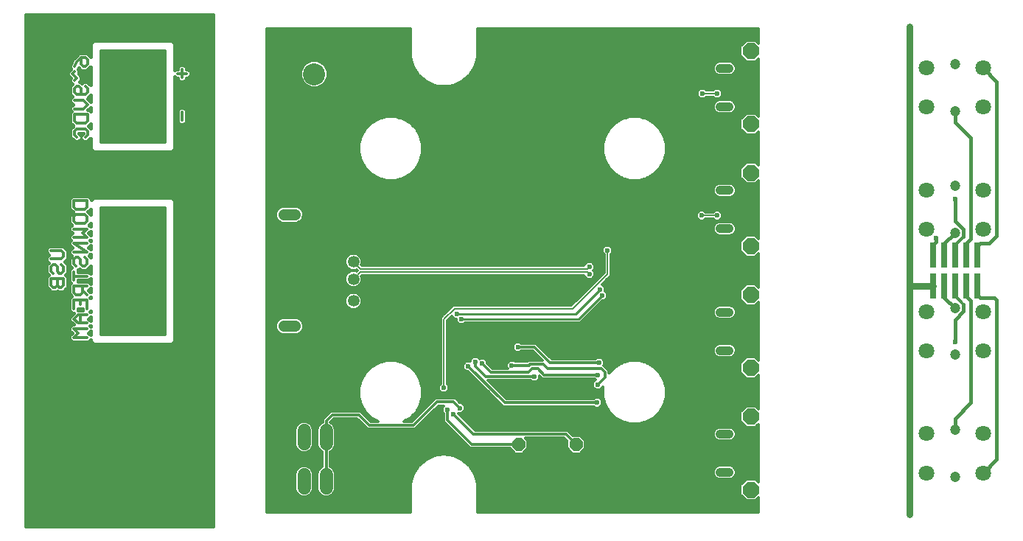
<source format=gbl>
G75*
%MOIN*%
%OFA0B0*%
%FSLAX25Y25*%
%IPPOS*%
%LPD*%
%AMOC8*
5,1,8,0,0,1.08239X$1,22.5*
%
%ADD10C,0.01200*%
%ADD11C,0.05118*%
%ADD12C,0.05315*%
%ADD13OC8,0.07480*%
%ADD14C,0.03937*%
%ADD15C,0.04724*%
%ADD16C,0.07087*%
%ADD17C,0.10000*%
%ADD18C,0.09449*%
%ADD19R,0.02953X0.11811*%
%ADD20OC8,0.05906*%
%ADD21C,0.05850*%
%ADD22C,0.01181*%
%ADD23C,0.02362*%
%ADD24C,0.00787*%
%ADD25C,0.01575*%
%ADD26C,0.03150*%
%ADD27C,0.00984*%
D10*
X0105885Y0181149D02*
X0111690Y0181149D01*
X0111690Y0185019D02*
X0105885Y0185019D01*
X0107820Y0183084D01*
X0105885Y0181149D01*
X0107820Y0187595D02*
X0111690Y0187595D01*
X0108788Y0187595D02*
X0108788Y0191465D01*
X0107820Y0191465D02*
X0105885Y0189530D01*
X0107820Y0187595D01*
X0107820Y0191465D02*
X0111690Y0191465D01*
X0111690Y0194040D02*
X0111690Y0197910D01*
X0105885Y0197910D01*
X0105885Y0194040D01*
X0108788Y0195975D02*
X0108788Y0197910D01*
X0108788Y0200486D02*
X0106853Y0200486D01*
X0105885Y0201453D01*
X0105885Y0204356D01*
X0111690Y0204356D01*
X0109755Y0204356D02*
X0109755Y0201453D01*
X0108788Y0200486D01*
X0109755Y0202421D02*
X0111690Y0200486D01*
X0111690Y0208866D02*
X0105885Y0208866D01*
X0105885Y0210801D02*
X0105885Y0206931D01*
X0101190Y0207579D02*
X0101190Y0204676D01*
X0100223Y0203709D01*
X0099255Y0203709D01*
X0098288Y0204676D01*
X0098288Y0207579D01*
X0099255Y0210154D02*
X0100223Y0210154D01*
X0101190Y0211122D01*
X0101190Y0213057D01*
X0100223Y0214024D01*
X0098288Y0213057D02*
X0097320Y0214024D01*
X0096353Y0214024D01*
X0095385Y0213057D01*
X0095385Y0211122D01*
X0096353Y0210154D01*
X0098288Y0211122D02*
X0099255Y0210154D01*
X0098288Y0211122D02*
X0098288Y0213057D01*
X0100223Y0216600D02*
X0095385Y0216600D01*
X0095385Y0220470D02*
X0100223Y0220470D01*
X0101190Y0219502D01*
X0101190Y0217567D01*
X0100223Y0216600D01*
X0105885Y0216279D02*
X0106853Y0217247D01*
X0107820Y0217247D01*
X0108788Y0216279D01*
X0108788Y0214344D01*
X0109755Y0213377D01*
X0110723Y0213377D01*
X0111690Y0214344D01*
X0111690Y0216279D01*
X0110723Y0217247D01*
X0111690Y0219822D02*
X0105885Y0219822D01*
X0105885Y0216279D02*
X0105885Y0214344D01*
X0106853Y0213377D01*
X0111690Y0219822D02*
X0105885Y0223692D01*
X0111690Y0223692D01*
X0111690Y0226268D02*
X0105885Y0226268D01*
X0105885Y0230138D02*
X0111690Y0230138D01*
X0109755Y0228203D01*
X0111690Y0226268D01*
X0110723Y0232713D02*
X0106853Y0232713D01*
X0105885Y0233681D01*
X0105885Y0235616D01*
X0106853Y0236583D01*
X0110723Y0236583D01*
X0111690Y0235616D01*
X0111690Y0233681D01*
X0110723Y0232713D01*
X0110723Y0239159D02*
X0106853Y0239159D01*
X0105885Y0240126D01*
X0105885Y0243029D01*
X0111690Y0243029D01*
X0111690Y0240126D01*
X0110723Y0239159D01*
X0110984Y0271599D02*
X0111952Y0272567D01*
X0111952Y0274502D01*
X0110984Y0275469D01*
X0107114Y0275469D01*
X0106147Y0274502D01*
X0106147Y0272567D01*
X0107114Y0271599D01*
X0107114Y0278045D02*
X0106147Y0279012D01*
X0106147Y0281915D01*
X0111952Y0281915D01*
X0111952Y0279012D01*
X0110984Y0278045D01*
X0107114Y0278045D01*
X0106147Y0284490D02*
X0110017Y0284490D01*
X0111952Y0286425D01*
X0110017Y0288360D01*
X0106147Y0288360D01*
X0107114Y0290936D02*
X0106147Y0291903D01*
X0106147Y0293838D01*
X0107114Y0294806D01*
X0108082Y0294806D01*
X0109049Y0293838D01*
X0109049Y0290936D01*
X0110984Y0290936D02*
X0107114Y0290936D01*
X0110984Y0290936D02*
X0111952Y0291903D01*
X0111952Y0293838D01*
X0110984Y0294806D01*
X0107114Y0298349D02*
X0105179Y0300284D01*
X0106147Y0301251D01*
X0106147Y0303827D02*
X0107114Y0305762D01*
X0109049Y0307697D01*
X0109049Y0304794D01*
X0110017Y0303827D01*
X0110984Y0303827D01*
X0111952Y0304794D01*
X0111952Y0306729D01*
X0110984Y0307697D01*
X0109049Y0307697D01*
X0107114Y0298349D02*
X0106147Y0297381D01*
X0152784Y0300497D02*
X0156654Y0300497D01*
X0154719Y0302432D02*
X0154719Y0298562D01*
X0154719Y0283096D02*
X0154719Y0279226D01*
X0101190Y0207579D02*
X0095385Y0207579D01*
X0095385Y0204676D01*
X0096353Y0203709D01*
X0097320Y0203709D01*
X0098288Y0204676D01*
D11*
X0200784Y0186204D02*
X0205902Y0186204D01*
X0205902Y0236598D02*
X0200784Y0236598D01*
D12*
X0232280Y0225181D03*
X0232280Y0215338D03*
X0232280Y0207464D03*
X0232280Y0197622D03*
D13*
X0412005Y0200378D03*
X0412005Y0222425D03*
X0412005Y0255496D03*
X0412005Y0277543D03*
X0412005Y0310614D03*
X0412005Y0167307D03*
X0412005Y0145260D03*
X0412005Y0112189D03*
D14*
X0402162Y0120063D02*
X0398225Y0120063D01*
X0398225Y0137386D02*
X0402162Y0137386D01*
X0402162Y0175181D02*
X0398225Y0175181D01*
X0398225Y0192504D02*
X0402162Y0192504D01*
X0402162Y0230299D02*
X0398225Y0230299D01*
X0398225Y0247622D02*
X0402162Y0247622D01*
X0402162Y0285417D02*
X0398225Y0285417D01*
X0398225Y0302740D02*
X0402162Y0302740D01*
D15*
X0504327Y0304708D03*
X0504327Y0283448D03*
X0504327Y0249590D03*
X0504327Y0228330D03*
X0504327Y0194472D03*
X0504327Y0173212D03*
X0504327Y0139354D03*
X0504327Y0118094D03*
D16*
X0491532Y0119866D03*
X0491532Y0137582D03*
X0517123Y0137582D03*
X0517123Y0119866D03*
X0517123Y0174984D03*
X0517123Y0192700D03*
X0491532Y0192700D03*
X0491532Y0174984D03*
X0491532Y0230102D03*
X0491532Y0247819D03*
X0517123Y0247819D03*
X0517123Y0230102D03*
X0517123Y0285220D03*
X0517123Y0302937D03*
X0491532Y0302937D03*
X0491532Y0285220D03*
D17*
X0214564Y0300141D03*
D18*
X0214564Y0280141D03*
D19*
X0494327Y0218401D03*
X0499327Y0218401D03*
X0504327Y0218401D03*
X0509327Y0218401D03*
X0514327Y0218401D03*
X0514327Y0204401D03*
X0509327Y0204401D03*
X0504327Y0204401D03*
X0499327Y0204401D03*
X0494327Y0204401D03*
D20*
X0333068Y0132661D03*
X0307083Y0132661D03*
X0307083Y0112976D03*
X0333068Y0112976D03*
D21*
X0229957Y0113043D02*
X0229957Y0118893D01*
X0219957Y0118893D02*
X0219957Y0113043D01*
X0209957Y0113043D02*
X0209957Y0118893D01*
X0209957Y0133043D02*
X0209957Y0138893D01*
X0219957Y0138893D02*
X0219957Y0133043D01*
X0229957Y0133043D02*
X0229957Y0138893D01*
D22*
X0224063Y0138853D02*
X0277126Y0138853D01*
X0278306Y0137674D02*
X0224063Y0137674D01*
X0224063Y0136494D02*
X0279485Y0136494D01*
X0280665Y0135314D02*
X0224063Y0135314D01*
X0224063Y0134135D02*
X0281844Y0134135D01*
X0283024Y0132955D02*
X0224063Y0132955D01*
X0224063Y0132226D02*
X0224063Y0139710D01*
X0223438Y0141219D01*
X0222283Y0142374D01*
X0221847Y0142555D01*
X0221847Y0142557D01*
X0223565Y0144275D01*
X0233909Y0144275D01*
X0238633Y0139551D01*
X0260179Y0139551D01*
X0261217Y0140589D01*
X0270809Y0150181D01*
X0273231Y0150181D01*
X0272438Y0149388D01*
X0272438Y0147431D01*
X0273028Y0146840D01*
X0273028Y0142951D01*
X0284052Y0131927D01*
X0285090Y0130889D01*
X0303009Y0130889D01*
X0305371Y0128527D01*
X0308796Y0128527D01*
X0311217Y0130949D01*
X0311217Y0134373D01*
X0309977Y0135614D01*
X0327609Y0135614D01*
X0328934Y0134289D01*
X0328934Y0130949D01*
X0331355Y0128527D01*
X0334780Y0128527D01*
X0337201Y0130949D01*
X0337201Y0134373D01*
X0334780Y0136795D01*
X0331439Y0136795D01*
X0329077Y0139157D01*
X0287345Y0139157D01*
X0279918Y0146584D01*
X0279918Y0146834D01*
X0281290Y0146834D01*
X0282674Y0148218D01*
X0282674Y0150175D01*
X0281290Y0151559D01*
X0280455Y0151559D01*
X0279327Y0152686D01*
X0278290Y0153724D01*
X0269342Y0153724D01*
X0258712Y0143094D01*
X0255105Y0143094D01*
X0258033Y0144784D01*
X0260708Y0147460D01*
X0262600Y0150736D01*
X0263579Y0154391D01*
X0263579Y0158175D01*
X0262600Y0161830D01*
X0260708Y0165107D01*
X0258033Y0167782D01*
X0254756Y0169674D01*
X0251101Y0170653D01*
X0247317Y0170653D01*
X0243663Y0169674D01*
X0240386Y0167782D01*
X0237710Y0165107D01*
X0235819Y0161830D01*
X0234839Y0158175D01*
X0234839Y0154391D01*
X0235819Y0150736D01*
X0237710Y0147460D01*
X0240386Y0144784D01*
X0243313Y0143094D01*
X0240101Y0143094D01*
X0236414Y0146781D01*
X0235376Y0147819D01*
X0222098Y0147819D01*
X0219342Y0145063D01*
X0218304Y0144025D01*
X0218304Y0142653D01*
X0217631Y0142374D01*
X0216476Y0141219D01*
X0215851Y0139710D01*
X0215851Y0132226D01*
X0216476Y0130717D01*
X0217631Y0129562D01*
X0218186Y0129333D01*
X0218186Y0122604D01*
X0217631Y0122374D01*
X0216476Y0121219D01*
X0215851Y0119710D01*
X0215851Y0112226D01*
X0216476Y0110717D01*
X0217631Y0109562D01*
X0219141Y0108937D01*
X0220774Y0108937D01*
X0222283Y0109562D01*
X0223438Y0110717D01*
X0224063Y0112226D01*
X0224063Y0119710D01*
X0223438Y0121219D01*
X0222283Y0122374D01*
X0221729Y0122604D01*
X0221729Y0129333D01*
X0222283Y0129562D01*
X0223438Y0130717D01*
X0224063Y0132226D01*
X0223877Y0131775D02*
X0284204Y0131775D01*
X0285823Y0132661D02*
X0307083Y0132661D01*
X0311217Y0132955D02*
X0328934Y0132955D01*
X0328934Y0131775D02*
X0311217Y0131775D01*
X0310864Y0130596D02*
X0329287Y0130596D01*
X0330466Y0129416D02*
X0309685Y0129416D01*
X0311217Y0134135D02*
X0328934Y0134135D01*
X0327909Y0135314D02*
X0310276Y0135314D01*
X0304482Y0129416D02*
X0221931Y0129416D01*
X0221729Y0128237D02*
X0272858Y0128237D01*
X0273225Y0128289D02*
X0268911Y0127669D01*
X0268911Y0127669D01*
X0264946Y0125858D01*
X0261652Y0123004D01*
X0259296Y0119337D01*
X0258068Y0115155D01*
X0258068Y0102149D01*
X0193107Y0102149D01*
X0193107Y0320653D01*
X0258068Y0320653D01*
X0258068Y0307647D01*
X0259296Y0303465D01*
X0261652Y0299798D01*
X0264946Y0296944D01*
X0268911Y0295133D01*
X0273225Y0294513D01*
X0273225Y0294513D01*
X0277539Y0295133D01*
X0277539Y0295133D01*
X0281504Y0296944D01*
X0284798Y0299798D01*
X0284798Y0299798D01*
X0284798Y0299798D01*
X0287155Y0303465D01*
X0288383Y0307647D01*
X0288383Y0320653D01*
X0415548Y0320653D01*
X0415548Y0314030D01*
X0414043Y0315535D01*
X0409966Y0315535D01*
X0407083Y0312652D01*
X0407083Y0308575D01*
X0409966Y0305693D01*
X0414043Y0305693D01*
X0415548Y0307197D01*
X0415548Y0280959D01*
X0414043Y0282464D01*
X0409966Y0282464D01*
X0407083Y0279581D01*
X0407083Y0275505D01*
X0409966Y0272622D01*
X0414043Y0272622D01*
X0415548Y0274127D01*
X0415548Y0258912D01*
X0414043Y0260417D01*
X0409966Y0260417D01*
X0407083Y0257534D01*
X0407083Y0253457D01*
X0409966Y0250574D01*
X0414043Y0250574D01*
X0415548Y0252079D01*
X0415548Y0225841D01*
X0414043Y0227346D01*
X0409966Y0227346D01*
X0407083Y0224463D01*
X0407083Y0220386D01*
X0409966Y0217504D01*
X0414043Y0217504D01*
X0415548Y0219008D01*
X0415548Y0203794D01*
X0414043Y0205299D01*
X0409966Y0205299D01*
X0407083Y0202416D01*
X0407083Y0198339D01*
X0409966Y0195456D01*
X0414043Y0195456D01*
X0415548Y0196961D01*
X0415548Y0170723D01*
X0414043Y0172228D01*
X0409966Y0172228D01*
X0407083Y0169345D01*
X0407083Y0165268D01*
X0409966Y0162386D01*
X0414043Y0162386D01*
X0415548Y0163890D01*
X0415548Y0148676D01*
X0414043Y0150181D01*
X0409966Y0150181D01*
X0407083Y0147298D01*
X0407083Y0143221D01*
X0409966Y0140338D01*
X0414043Y0140338D01*
X0415548Y0141843D01*
X0415548Y0115605D01*
X0414043Y0117110D01*
X0409966Y0117110D01*
X0407083Y0114227D01*
X0407083Y0110150D01*
X0409966Y0107267D01*
X0414043Y0107267D01*
X0415548Y0108772D01*
X0415548Y0102149D01*
X0288383Y0102149D01*
X0288383Y0115155D01*
X0287155Y0119337D01*
X0284798Y0123004D01*
X0281504Y0125858D01*
X0277539Y0127669D01*
X0273225Y0128289D01*
X0273225Y0128289D01*
X0273592Y0128237D02*
X0415548Y0128237D01*
X0415548Y0129416D02*
X0335669Y0129416D01*
X0336848Y0130596D02*
X0415548Y0130596D01*
X0415548Y0131775D02*
X0337201Y0131775D01*
X0337201Y0132955D02*
X0415548Y0132955D01*
X0415548Y0134135D02*
X0337201Y0134135D01*
X0336261Y0135314D02*
X0395842Y0135314D01*
X0395555Y0135601D02*
X0396441Y0134715D01*
X0397599Y0134236D01*
X0402789Y0134236D01*
X0403946Y0134715D01*
X0404832Y0135601D01*
X0405312Y0136759D01*
X0405312Y0138012D01*
X0404832Y0139170D01*
X0403946Y0140056D01*
X0402789Y0140535D01*
X0397599Y0140535D01*
X0396441Y0140056D01*
X0395555Y0139170D01*
X0395075Y0138012D01*
X0395075Y0136759D01*
X0395555Y0135601D01*
X0395185Y0136494D02*
X0335081Y0136494D01*
X0333068Y0132661D02*
X0328343Y0137386D01*
X0286611Y0137386D01*
X0277556Y0146441D01*
X0280571Y0145931D02*
X0349476Y0145931D01*
X0350622Y0144784D02*
X0347947Y0147460D01*
X0346055Y0150736D01*
X0345075Y0154391D01*
X0345075Y0158175D01*
X0345250Y0158825D01*
X0343889Y0157464D01*
X0341932Y0157464D01*
X0340548Y0158848D01*
X0340548Y0160805D01*
X0341735Y0161992D01*
X0341341Y0162386D01*
X0317767Y0162386D01*
X0316532Y0163620D01*
X0316532Y0162391D01*
X0315148Y0161008D01*
X0313191Y0161008D01*
X0312601Y0161598D01*
X0293250Y0161598D01*
X0301518Y0153330D01*
X0340947Y0153330D01*
X0341538Y0153921D01*
X0343495Y0153921D01*
X0344879Y0152537D01*
X0344879Y0150580D01*
X0343495Y0149197D01*
X0341538Y0149197D01*
X0340947Y0149787D01*
X0300050Y0149787D01*
X0284105Y0165732D01*
X0283270Y0165732D01*
X0281886Y0167116D01*
X0281886Y0169073D01*
X0283270Y0170456D01*
X0285036Y0170456D01*
X0285036Y0171041D01*
X0286420Y0172425D01*
X0288377Y0172425D01*
X0289367Y0171435D01*
X0289569Y0171637D01*
X0291526Y0171637D01*
X0292910Y0170254D01*
X0292910Y0169419D01*
X0295219Y0167110D01*
X0301971Y0167110D01*
X0301572Y0167509D01*
X0301572Y0169466D01*
X0302955Y0170850D01*
X0304912Y0170850D01*
X0305503Y0170260D01*
X0311074Y0170260D01*
X0311468Y0170653D01*
X0317767Y0170653D01*
X0313436Y0174984D01*
X0308259Y0174984D01*
X0307668Y0174393D01*
X0305711Y0174393D01*
X0304327Y0175777D01*
X0304327Y0177734D01*
X0305711Y0179118D01*
X0307668Y0179118D01*
X0308259Y0178527D01*
X0314904Y0178527D01*
X0315942Y0177489D01*
X0321990Y0171441D01*
X0341735Y0171441D01*
X0342325Y0172031D01*
X0344282Y0172031D01*
X0345666Y0170647D01*
X0345666Y0168691D01*
X0345439Y0168464D01*
X0346794Y0167110D01*
X0347831Y0166072D01*
X0347831Y0164907D01*
X0347947Y0165107D01*
X0350622Y0167782D01*
X0353899Y0169674D01*
X0357554Y0170653D01*
X0361337Y0170653D01*
X0364992Y0169674D01*
X0368269Y0167782D01*
X0370944Y0165107D01*
X0372836Y0161830D01*
X0373816Y0158175D01*
X0373816Y0154391D01*
X0372836Y0150736D01*
X0370944Y0147460D01*
X0368269Y0144784D01*
X0364992Y0142892D01*
X0361337Y0141913D01*
X0357554Y0141913D01*
X0353899Y0142892D01*
X0350622Y0144784D01*
X0350679Y0144751D02*
X0281751Y0144751D01*
X0282930Y0143572D02*
X0352722Y0143572D01*
X0355766Y0142392D02*
X0284110Y0142392D01*
X0285290Y0141212D02*
X0409092Y0141212D01*
X0407912Y0142392D02*
X0363125Y0142392D01*
X0366169Y0143572D02*
X0407083Y0143572D01*
X0407083Y0144751D02*
X0368212Y0144751D01*
X0369416Y0145931D02*
X0407083Y0145931D01*
X0407083Y0147110D02*
X0370595Y0147110D01*
X0371424Y0148290D02*
X0408075Y0148290D01*
X0409255Y0149470D02*
X0372105Y0149470D01*
X0372786Y0150649D02*
X0415548Y0150649D01*
X0415548Y0149470D02*
X0414754Y0149470D01*
X0415548Y0151829D02*
X0373129Y0151829D01*
X0373445Y0153008D02*
X0415548Y0153008D01*
X0415548Y0154188D02*
X0373761Y0154188D01*
X0373816Y0155368D02*
X0415548Y0155368D01*
X0415548Y0156547D02*
X0373816Y0156547D01*
X0373816Y0157727D02*
X0415548Y0157727D01*
X0415548Y0158907D02*
X0373620Y0158907D01*
X0373304Y0160086D02*
X0415548Y0160086D01*
X0415548Y0161266D02*
X0372987Y0161266D01*
X0372481Y0162445D02*
X0409906Y0162445D01*
X0408727Y0163625D02*
X0371800Y0163625D01*
X0371119Y0164805D02*
X0407547Y0164805D01*
X0407083Y0165984D02*
X0370067Y0165984D01*
X0368887Y0167164D02*
X0407083Y0167164D01*
X0407083Y0168343D02*
X0367297Y0168343D01*
X0365253Y0169523D02*
X0407261Y0169523D01*
X0408441Y0170703D02*
X0345611Y0170703D01*
X0345666Y0169523D02*
X0353638Y0169523D01*
X0351594Y0168343D02*
X0345560Y0168343D01*
X0346740Y0167164D02*
X0350004Y0167164D01*
X0348824Y0165984D02*
X0347831Y0165984D01*
X0346060Y0165338D02*
X0346060Y0162976D01*
X0342910Y0159826D01*
X0340548Y0160086D02*
X0294762Y0160086D01*
X0295942Y0158907D02*
X0340548Y0158907D01*
X0341669Y0157727D02*
X0297121Y0157727D01*
X0298301Y0156547D02*
X0345075Y0156547D01*
X0345075Y0155368D02*
X0299481Y0155368D01*
X0300660Y0154188D02*
X0345130Y0154188D01*
X0345446Y0153008D02*
X0344407Y0153008D01*
X0344879Y0151829D02*
X0345762Y0151829D01*
X0346105Y0150649D02*
X0344879Y0150649D01*
X0343768Y0149470D02*
X0346786Y0149470D01*
X0347467Y0148290D02*
X0282674Y0148290D01*
X0282674Y0149470D02*
X0341265Y0149470D01*
X0342516Y0151559D02*
X0300784Y0151559D01*
X0284249Y0168094D01*
X0281886Y0168343D02*
X0274800Y0168343D01*
X0274800Y0167164D02*
X0281886Y0167164D01*
X0283018Y0165984D02*
X0274800Y0165984D01*
X0274800Y0164805D02*
X0285033Y0164805D01*
X0286212Y0163625D02*
X0274800Y0163625D01*
X0274800Y0162445D02*
X0287392Y0162445D01*
X0288572Y0161266D02*
X0274800Y0161266D01*
X0274800Y0160086D02*
X0289751Y0160086D01*
X0290931Y0158907D02*
X0275587Y0158907D01*
X0275587Y0159230D02*
X0274800Y0160018D01*
X0274800Y0188702D01*
X0276802Y0190704D01*
X0278152Y0189354D01*
X0278737Y0189354D01*
X0278737Y0188376D01*
X0280121Y0186992D01*
X0282078Y0186992D01*
X0282767Y0187681D01*
X0334942Y0187681D01*
X0344883Y0197622D01*
X0345857Y0197622D01*
X0347241Y0199005D01*
X0347241Y0200962D01*
X0346060Y0202143D01*
X0346060Y0203718D01*
X0344710Y0205068D01*
X0348816Y0209174D01*
X0348816Y0218691D01*
X0349603Y0219478D01*
X0349603Y0221435D01*
X0348219Y0222819D01*
X0346262Y0222819D01*
X0344879Y0221435D01*
X0344879Y0219478D01*
X0345666Y0218691D01*
X0345666Y0210479D01*
X0330840Y0195653D01*
X0277297Y0195653D01*
X0276375Y0194731D01*
X0276375Y0194731D01*
X0272573Y0190929D01*
X0272573Y0190929D01*
X0271650Y0190006D01*
X0271650Y0160018D01*
X0270863Y0159230D01*
X0270863Y0157273D01*
X0272247Y0155889D01*
X0274204Y0155889D01*
X0275587Y0157273D01*
X0275587Y0159230D01*
X0275587Y0157727D02*
X0292110Y0157727D01*
X0293290Y0156547D02*
X0274861Y0156547D01*
X0271589Y0156547D02*
X0263579Y0156547D01*
X0263579Y0155368D02*
X0294470Y0155368D01*
X0295649Y0154188D02*
X0263525Y0154188D01*
X0263209Y0153008D02*
X0268626Y0153008D01*
X0267446Y0151829D02*
X0262893Y0151829D01*
X0262550Y0150649D02*
X0266267Y0150649D01*
X0265087Y0149470D02*
X0261869Y0149470D01*
X0261188Y0148290D02*
X0263908Y0148290D01*
X0262728Y0147110D02*
X0260359Y0147110D01*
X0259179Y0145931D02*
X0261548Y0145931D01*
X0260369Y0144751D02*
X0257976Y0144751D01*
X0259189Y0143572D02*
X0255932Y0143572D01*
X0259446Y0141323D02*
X0239367Y0141323D01*
X0234642Y0146047D01*
X0222831Y0146047D01*
X0220075Y0143291D01*
X0220075Y0136204D01*
X0219957Y0136086D01*
X0219957Y0135968D01*
X0219957Y0115968D01*
X0215851Y0116440D02*
X0214063Y0116440D01*
X0214063Y0115261D02*
X0215851Y0115261D01*
X0215851Y0114081D02*
X0214063Y0114081D01*
X0214063Y0112902D02*
X0215851Y0112902D01*
X0216060Y0111722D02*
X0213855Y0111722D01*
X0214063Y0112226D02*
X0214063Y0119710D01*
X0213438Y0121219D01*
X0212283Y0122374D01*
X0210774Y0122999D01*
X0209141Y0122999D01*
X0207631Y0122374D01*
X0206476Y0121219D01*
X0205851Y0119710D01*
X0205851Y0112226D01*
X0206476Y0110717D01*
X0207631Y0109562D01*
X0209141Y0108937D01*
X0210774Y0108937D01*
X0212283Y0109562D01*
X0213438Y0110717D01*
X0214063Y0112226D01*
X0213263Y0110542D02*
X0216651Y0110542D01*
X0218113Y0109363D02*
X0211802Y0109363D01*
X0208113Y0109363D02*
X0193107Y0109363D01*
X0193107Y0110542D02*
X0206651Y0110542D01*
X0206060Y0111722D02*
X0193107Y0111722D01*
X0193107Y0112902D02*
X0205851Y0112902D01*
X0205851Y0114081D02*
X0193107Y0114081D01*
X0193107Y0115261D02*
X0205851Y0115261D01*
X0205851Y0116440D02*
X0193107Y0116440D01*
X0193107Y0117620D02*
X0205851Y0117620D01*
X0205851Y0118800D02*
X0193107Y0118800D01*
X0193107Y0119979D02*
X0205963Y0119979D01*
X0206451Y0121159D02*
X0193107Y0121159D01*
X0193107Y0122339D02*
X0207596Y0122339D01*
X0212319Y0122339D02*
X0217596Y0122339D01*
X0218186Y0123518D02*
X0193107Y0123518D01*
X0193107Y0124698D02*
X0218186Y0124698D01*
X0218186Y0125877D02*
X0193107Y0125877D01*
X0193107Y0127057D02*
X0218186Y0127057D01*
X0218186Y0128237D02*
X0193107Y0128237D01*
X0193107Y0129416D02*
X0207984Y0129416D01*
X0207631Y0129562D02*
X0209141Y0128937D01*
X0210774Y0128937D01*
X0212283Y0129562D01*
X0213438Y0130717D01*
X0214063Y0132226D01*
X0214063Y0139710D01*
X0213438Y0141219D01*
X0212283Y0142374D01*
X0210774Y0142999D01*
X0209141Y0142999D01*
X0207631Y0142374D01*
X0206476Y0141219D01*
X0205851Y0139710D01*
X0205851Y0132226D01*
X0206476Y0130717D01*
X0207631Y0129562D01*
X0206598Y0130596D02*
X0193107Y0130596D01*
X0193107Y0131775D02*
X0206038Y0131775D01*
X0205851Y0132955D02*
X0193107Y0132955D01*
X0193107Y0134135D02*
X0205851Y0134135D01*
X0205851Y0135314D02*
X0193107Y0135314D01*
X0193107Y0136494D02*
X0205851Y0136494D01*
X0205851Y0137674D02*
X0193107Y0137674D01*
X0193107Y0138853D02*
X0205851Y0138853D01*
X0205985Y0140033D02*
X0193107Y0140033D01*
X0193107Y0141212D02*
X0206474Y0141212D01*
X0207674Y0142392D02*
X0193107Y0142392D01*
X0193107Y0143572D02*
X0218304Y0143572D01*
X0217674Y0142392D02*
X0212240Y0142392D01*
X0213441Y0141212D02*
X0216474Y0141212D01*
X0215985Y0140033D02*
X0213930Y0140033D01*
X0214063Y0138853D02*
X0215851Y0138853D01*
X0215851Y0137674D02*
X0214063Y0137674D01*
X0214063Y0136494D02*
X0215851Y0136494D01*
X0215851Y0135314D02*
X0214063Y0135314D01*
X0214063Y0134135D02*
X0215851Y0134135D01*
X0215851Y0132955D02*
X0214063Y0132955D01*
X0213877Y0131775D02*
X0216038Y0131775D01*
X0216598Y0130596D02*
X0213317Y0130596D01*
X0211931Y0129416D02*
X0217984Y0129416D01*
X0221729Y0127057D02*
X0267570Y0127057D01*
X0264987Y0125877D02*
X0221729Y0125877D01*
X0221729Y0124698D02*
X0263607Y0124698D01*
X0264946Y0125858D02*
X0264946Y0125858D01*
X0262245Y0123518D02*
X0221729Y0123518D01*
X0222319Y0122339D02*
X0261224Y0122339D01*
X0261652Y0123004D02*
X0261652Y0123004D01*
X0261652Y0123004D01*
X0260466Y0121159D02*
X0223463Y0121159D01*
X0223952Y0119979D02*
X0259708Y0119979D01*
X0259296Y0119337D02*
X0259296Y0119337D01*
X0259138Y0118800D02*
X0224063Y0118800D01*
X0224063Y0117620D02*
X0258791Y0117620D01*
X0258445Y0116440D02*
X0224063Y0116440D01*
X0224063Y0115261D02*
X0258099Y0115261D01*
X0258068Y0114081D02*
X0224063Y0114081D01*
X0224063Y0112902D02*
X0258068Y0112902D01*
X0258068Y0111722D02*
X0223855Y0111722D01*
X0223263Y0110542D02*
X0258068Y0110542D01*
X0258068Y0109363D02*
X0221802Y0109363D01*
X0215851Y0117620D02*
X0214063Y0117620D01*
X0214063Y0118800D02*
X0215851Y0118800D01*
X0215963Y0119979D02*
X0213952Y0119979D01*
X0213463Y0121159D02*
X0216451Y0121159D01*
X0223317Y0130596D02*
X0303302Y0130596D01*
X0285823Y0132661D02*
X0274800Y0143685D01*
X0274800Y0148409D01*
X0272438Y0148290D02*
X0268919Y0148290D01*
X0270098Y0149470D02*
X0272520Y0149470D01*
X0272758Y0147110D02*
X0267739Y0147110D01*
X0266559Y0145931D02*
X0273028Y0145931D01*
X0273028Y0144751D02*
X0265380Y0144751D01*
X0264200Y0143572D02*
X0273028Y0143572D01*
X0273587Y0142392D02*
X0263020Y0142392D01*
X0261841Y0141212D02*
X0274767Y0141212D01*
X0275946Y0140033D02*
X0260661Y0140033D01*
X0259446Y0141323D02*
X0270075Y0151952D01*
X0277556Y0151952D01*
X0280312Y0149197D01*
X0282200Y0150649D02*
X0299188Y0150649D01*
X0298008Y0151829D02*
X0280185Y0151829D01*
X0279005Y0153008D02*
X0296829Y0153008D01*
X0293583Y0161266D02*
X0312933Y0161266D01*
X0314170Y0163370D02*
X0292123Y0163370D01*
X0287398Y0168094D01*
X0287398Y0170063D01*
X0285877Y0171882D02*
X0274800Y0171882D01*
X0274800Y0170703D02*
X0285036Y0170703D01*
X0282337Y0169523D02*
X0274800Y0169523D01*
X0271650Y0169523D02*
X0255017Y0169523D01*
X0257060Y0168343D02*
X0271650Y0168343D01*
X0271650Y0167164D02*
X0258651Y0167164D01*
X0259831Y0165984D02*
X0271650Y0165984D01*
X0271650Y0164805D02*
X0260883Y0164805D01*
X0261564Y0163625D02*
X0271650Y0163625D01*
X0271650Y0162445D02*
X0262245Y0162445D01*
X0262751Y0161266D02*
X0271650Y0161266D01*
X0271650Y0160086D02*
X0263067Y0160086D01*
X0263383Y0158907D02*
X0270863Y0158907D01*
X0270863Y0157727D02*
X0263579Y0157727D01*
X0281566Y0147110D02*
X0348296Y0147110D01*
X0345075Y0157727D02*
X0344151Y0157727D01*
X0341009Y0161266D02*
X0315407Y0161266D01*
X0316532Y0162445D02*
X0317707Y0162445D01*
X0318501Y0164157D02*
X0315745Y0166913D01*
X0312989Y0166913D01*
X0311414Y0165338D01*
X0294485Y0165338D01*
X0290548Y0169275D01*
X0292910Y0169523D02*
X0301628Y0169523D01*
X0301572Y0168343D02*
X0293985Y0168343D01*
X0295165Y0167164D02*
X0301917Y0167164D01*
X0303934Y0168488D02*
X0311808Y0168488D01*
X0312201Y0168882D01*
X0318107Y0168882D01*
X0320075Y0166913D01*
X0344485Y0166913D01*
X0346060Y0165338D01*
X0342910Y0164157D02*
X0318501Y0164157D01*
X0321257Y0169669D02*
X0314170Y0176756D01*
X0306690Y0176756D01*
X0304327Y0176601D02*
X0274800Y0176601D01*
X0274800Y0177780D02*
X0304374Y0177780D01*
X0305553Y0178960D02*
X0274800Y0178960D01*
X0274800Y0180140D02*
X0415548Y0180140D01*
X0415548Y0181319D02*
X0274800Y0181319D01*
X0274800Y0182499D02*
X0415548Y0182499D01*
X0415548Y0183678D02*
X0274800Y0183678D01*
X0274800Y0184858D02*
X0415548Y0184858D01*
X0415548Y0186038D02*
X0274800Y0186038D01*
X0274800Y0187217D02*
X0279895Y0187217D01*
X0278737Y0188397D02*
X0274800Y0188397D01*
X0275675Y0189577D02*
X0277930Y0189577D01*
X0274759Y0193115D02*
X0193107Y0193115D01*
X0193107Y0191936D02*
X0273580Y0191936D01*
X0272400Y0190756D02*
X0193107Y0190756D01*
X0193107Y0189577D02*
X0199152Y0189577D01*
X0198665Y0189375D02*
X0197613Y0188323D01*
X0197044Y0186948D01*
X0197044Y0185460D01*
X0197613Y0184086D01*
X0198665Y0183034D01*
X0200040Y0182464D01*
X0206646Y0182464D01*
X0208021Y0183034D01*
X0209073Y0184086D01*
X0209642Y0185460D01*
X0209642Y0186948D01*
X0209073Y0188323D01*
X0208021Y0189375D01*
X0206646Y0189945D01*
X0200040Y0189945D01*
X0198665Y0189375D01*
X0197687Y0188397D02*
X0193107Y0188397D01*
X0193107Y0187217D02*
X0197155Y0187217D01*
X0197044Y0186038D02*
X0193107Y0186038D01*
X0193107Y0184858D02*
X0197293Y0184858D01*
X0198021Y0183678D02*
X0193107Y0183678D01*
X0193107Y0182499D02*
X0199957Y0182499D01*
X0206730Y0182499D02*
X0271650Y0182499D01*
X0271650Y0183678D02*
X0208666Y0183678D01*
X0209393Y0184858D02*
X0271650Y0184858D01*
X0271650Y0186038D02*
X0209642Y0186038D01*
X0209531Y0187217D02*
X0271650Y0187217D01*
X0271650Y0188397D02*
X0208999Y0188397D01*
X0207535Y0189577D02*
X0271650Y0189577D01*
X0275939Y0194295D02*
X0234279Y0194295D01*
X0234455Y0194368D02*
X0235534Y0195447D01*
X0236119Y0196858D01*
X0236119Y0198385D01*
X0235534Y0199796D01*
X0234455Y0200876D01*
X0233044Y0201460D01*
X0231517Y0201460D01*
X0230106Y0200876D01*
X0229026Y0199796D01*
X0228442Y0198385D01*
X0228442Y0196858D01*
X0229026Y0195447D01*
X0230106Y0194368D01*
X0231517Y0193783D01*
X0233044Y0193783D01*
X0234455Y0194368D01*
X0235546Y0195475D02*
X0277119Y0195475D01*
X0282303Y0187217D02*
X0415548Y0187217D01*
X0415548Y0188397D02*
X0335658Y0188397D01*
X0336837Y0189577D02*
X0397061Y0189577D01*
X0397599Y0189354D02*
X0396441Y0189834D01*
X0395555Y0190720D01*
X0395075Y0191877D01*
X0395075Y0193130D01*
X0395555Y0194288D01*
X0396441Y0195174D01*
X0397599Y0195653D01*
X0402789Y0195653D01*
X0403946Y0195174D01*
X0404832Y0194288D01*
X0405312Y0193130D01*
X0405312Y0191877D01*
X0404832Y0190720D01*
X0403946Y0189834D01*
X0402789Y0189354D01*
X0397599Y0189354D01*
X0395540Y0190756D02*
X0338017Y0190756D01*
X0339197Y0191936D02*
X0395075Y0191936D01*
X0395075Y0193115D02*
X0340376Y0193115D01*
X0341556Y0194295D02*
X0395562Y0194295D01*
X0397167Y0195475D02*
X0342736Y0195475D01*
X0343915Y0196654D02*
X0408768Y0196654D01*
X0407589Y0197834D02*
X0346069Y0197834D01*
X0347241Y0199013D02*
X0407083Y0199013D01*
X0407083Y0200193D02*
X0347241Y0200193D01*
X0346831Y0201373D02*
X0407083Y0201373D01*
X0407220Y0202552D02*
X0346060Y0202552D01*
X0346046Y0203732D02*
X0408399Y0203732D01*
X0409579Y0204911D02*
X0344866Y0204911D01*
X0345733Y0206091D02*
X0415548Y0206091D01*
X0415548Y0204911D02*
X0414430Y0204911D01*
X0415548Y0207271D02*
X0346912Y0207271D01*
X0348092Y0208450D02*
X0415548Y0208450D01*
X0415548Y0209630D02*
X0348816Y0209630D01*
X0348816Y0210810D02*
X0415548Y0210810D01*
X0415548Y0211989D02*
X0348816Y0211989D01*
X0348816Y0213169D02*
X0415548Y0213169D01*
X0415548Y0214348D02*
X0348816Y0214348D01*
X0348816Y0215528D02*
X0415548Y0215528D01*
X0415548Y0216708D02*
X0348816Y0216708D01*
X0348816Y0217887D02*
X0409583Y0217887D01*
X0408403Y0219067D02*
X0349192Y0219067D01*
X0349603Y0220246D02*
X0407223Y0220246D01*
X0407083Y0221426D02*
X0349603Y0221426D01*
X0348432Y0222606D02*
X0407083Y0222606D01*
X0407083Y0223785D02*
X0193107Y0223785D01*
X0193107Y0222606D02*
X0346049Y0222606D01*
X0344879Y0221426D02*
X0193107Y0221426D01*
X0193107Y0220246D02*
X0344879Y0220246D01*
X0345290Y0219067D02*
X0233309Y0219067D01*
X0233044Y0219177D02*
X0231517Y0219177D01*
X0230106Y0218592D01*
X0229026Y0217513D01*
X0228442Y0216102D01*
X0228442Y0214575D01*
X0229026Y0213164D01*
X0230106Y0212084D01*
X0231517Y0211500D01*
X0233044Y0211500D01*
X0233643Y0211748D01*
X0233990Y0211401D01*
X0233643Y0211054D01*
X0233044Y0211303D01*
X0231517Y0211303D01*
X0230106Y0210718D01*
X0229026Y0209639D01*
X0228442Y0208228D01*
X0228442Y0206701D01*
X0229026Y0205290D01*
X0230106Y0204210D01*
X0231517Y0203626D01*
X0233044Y0203626D01*
X0234455Y0204210D01*
X0235534Y0205290D01*
X0236119Y0206701D01*
X0236119Y0208228D01*
X0235870Y0208827D01*
X0236082Y0209039D01*
X0336611Y0209039D01*
X0336611Y0208848D01*
X0337995Y0207464D01*
X0339952Y0207464D01*
X0341335Y0208848D01*
X0341335Y0210805D01*
X0340739Y0211401D01*
X0341335Y0211998D01*
X0341335Y0213955D01*
X0339952Y0215338D01*
X0337995Y0215338D01*
X0336611Y0213955D01*
X0336611Y0213763D01*
X0236082Y0213763D01*
X0235870Y0213975D01*
X0236119Y0214575D01*
X0236119Y0216102D01*
X0235534Y0217513D01*
X0234455Y0218592D01*
X0233044Y0219177D01*
X0231251Y0219067D02*
X0193107Y0219067D01*
X0193107Y0217887D02*
X0229401Y0217887D01*
X0228693Y0216708D02*
X0193107Y0216708D01*
X0193107Y0215528D02*
X0228442Y0215528D01*
X0228535Y0214348D02*
X0193107Y0214348D01*
X0193107Y0213169D02*
X0229024Y0213169D01*
X0230335Y0211989D02*
X0193107Y0211989D01*
X0193107Y0210810D02*
X0230326Y0210810D01*
X0229022Y0209630D02*
X0193107Y0209630D01*
X0193107Y0208450D02*
X0228534Y0208450D01*
X0228442Y0207271D02*
X0193107Y0207271D01*
X0193107Y0206091D02*
X0228694Y0206091D01*
X0229404Y0204911D02*
X0193107Y0204911D01*
X0193107Y0203732D02*
X0231260Y0203732D01*
X0233300Y0203732D02*
X0338919Y0203732D01*
X0337740Y0202552D02*
X0193107Y0202552D01*
X0193107Y0201373D02*
X0231305Y0201373D01*
X0233255Y0201373D02*
X0336560Y0201373D01*
X0335380Y0200193D02*
X0235137Y0200193D01*
X0235859Y0199013D02*
X0334201Y0199013D01*
X0333021Y0197834D02*
X0236119Y0197834D01*
X0236034Y0196654D02*
X0331841Y0196654D01*
X0340099Y0204911D02*
X0235156Y0204911D01*
X0235866Y0206091D02*
X0341278Y0206091D01*
X0342458Y0207271D02*
X0236119Y0207271D01*
X0236027Y0208450D02*
X0337009Y0208450D01*
X0340938Y0208450D02*
X0343638Y0208450D01*
X0344817Y0209630D02*
X0341335Y0209630D01*
X0341331Y0210810D02*
X0345666Y0210810D01*
X0345666Y0211989D02*
X0341327Y0211989D01*
X0341335Y0213169D02*
X0345666Y0213169D01*
X0345666Y0214348D02*
X0340941Y0214348D01*
X0337005Y0214348D02*
X0236025Y0214348D01*
X0236119Y0215528D02*
X0345666Y0215528D01*
X0345666Y0216708D02*
X0235868Y0216708D01*
X0235160Y0217887D02*
X0345666Y0217887D01*
X0353899Y0253129D02*
X0350622Y0255020D01*
X0347947Y0257696D01*
X0346055Y0260973D01*
X0345075Y0264627D01*
X0345075Y0268411D01*
X0346055Y0272066D01*
X0347947Y0275343D01*
X0350622Y0278018D01*
X0353899Y0279910D01*
X0357554Y0280889D01*
X0361337Y0280889D01*
X0364992Y0279910D01*
X0368269Y0278018D01*
X0370944Y0275343D01*
X0372836Y0272066D01*
X0373816Y0268411D01*
X0373816Y0264627D01*
X0372836Y0260973D01*
X0370944Y0257696D01*
X0368269Y0255020D01*
X0364992Y0253129D01*
X0361337Y0252149D01*
X0357554Y0252149D01*
X0353899Y0253129D01*
X0353644Y0253276D02*
X0255011Y0253276D01*
X0254756Y0253129D02*
X0258033Y0255020D01*
X0260708Y0257696D01*
X0262600Y0260973D01*
X0263579Y0264627D01*
X0263579Y0268411D01*
X0262600Y0272066D01*
X0260708Y0275343D01*
X0258033Y0278018D01*
X0254756Y0279910D01*
X0251101Y0280889D01*
X0247317Y0280889D01*
X0243663Y0279910D01*
X0240386Y0278018D01*
X0237710Y0275343D01*
X0235819Y0272066D01*
X0234839Y0268411D01*
X0234839Y0264627D01*
X0235819Y0260973D01*
X0237710Y0257696D01*
X0240386Y0255020D01*
X0243663Y0253129D01*
X0247317Y0252149D01*
X0251101Y0252149D01*
X0254756Y0253129D01*
X0257054Y0254455D02*
X0351601Y0254455D01*
X0350008Y0255635D02*
X0258647Y0255635D01*
X0259827Y0256814D02*
X0348828Y0256814D01*
X0347774Y0257994D02*
X0260880Y0257994D01*
X0261561Y0259174D02*
X0347093Y0259174D01*
X0346412Y0260353D02*
X0262242Y0260353D01*
X0262750Y0261533D02*
X0345905Y0261533D01*
X0345589Y0262713D02*
X0263066Y0262713D01*
X0263382Y0263892D02*
X0345272Y0263892D01*
X0345075Y0265072D02*
X0263579Y0265072D01*
X0263579Y0266251D02*
X0345075Y0266251D01*
X0345075Y0267431D02*
X0263579Y0267431D01*
X0263526Y0268611D02*
X0345129Y0268611D01*
X0345445Y0269790D02*
X0263210Y0269790D01*
X0262894Y0270970D02*
X0345761Y0270970D01*
X0346103Y0272149D02*
X0262552Y0272149D01*
X0261871Y0273329D02*
X0346784Y0273329D01*
X0347465Y0274509D02*
X0261190Y0274509D01*
X0260363Y0275688D02*
X0348292Y0275688D01*
X0349472Y0276868D02*
X0259183Y0276868D01*
X0257982Y0278048D02*
X0350673Y0278048D01*
X0352716Y0279227D02*
X0255939Y0279227D01*
X0252903Y0280407D02*
X0355752Y0280407D01*
X0363139Y0280407D02*
X0407909Y0280407D01*
X0407083Y0279227D02*
X0366175Y0279227D01*
X0368218Y0278048D02*
X0407083Y0278048D01*
X0407083Y0276868D02*
X0369419Y0276868D01*
X0370599Y0275688D02*
X0407083Y0275688D01*
X0408079Y0274509D02*
X0371426Y0274509D01*
X0372107Y0273329D02*
X0409259Y0273329D01*
X0414750Y0273329D02*
X0415548Y0273329D01*
X0415548Y0272149D02*
X0372788Y0272149D01*
X0373130Y0270970D02*
X0415548Y0270970D01*
X0415548Y0269790D02*
X0373446Y0269790D01*
X0373762Y0268611D02*
X0415548Y0268611D01*
X0415548Y0267431D02*
X0373816Y0267431D01*
X0373816Y0266251D02*
X0415548Y0266251D01*
X0415548Y0265072D02*
X0373816Y0265072D01*
X0373619Y0263892D02*
X0415548Y0263892D01*
X0415548Y0262713D02*
X0373302Y0262713D01*
X0372986Y0261533D02*
X0415548Y0261533D01*
X0415548Y0260353D02*
X0414107Y0260353D01*
X0415286Y0259174D02*
X0415548Y0259174D01*
X0409902Y0260353D02*
X0372479Y0260353D01*
X0371798Y0259174D02*
X0408723Y0259174D01*
X0407543Y0257994D02*
X0371117Y0257994D01*
X0370063Y0256814D02*
X0407083Y0256814D01*
X0407083Y0255635D02*
X0368883Y0255635D01*
X0367290Y0254455D02*
X0407083Y0254455D01*
X0407265Y0253276D02*
X0365247Y0253276D01*
X0387398Y0237183D02*
X0387398Y0235226D01*
X0388782Y0233842D01*
X0390739Y0233842D01*
X0391526Y0234630D01*
X0395081Y0234630D01*
X0395869Y0233842D01*
X0397826Y0233842D01*
X0399209Y0235226D01*
X0399209Y0237183D01*
X0397826Y0238567D01*
X0395869Y0238567D01*
X0395081Y0237779D01*
X0391526Y0237779D01*
X0390739Y0238567D01*
X0388782Y0238567D01*
X0387398Y0237183D01*
X0387398Y0236761D02*
X0209642Y0236761D01*
X0209642Y0237342D02*
X0209073Y0238717D01*
X0208021Y0239769D01*
X0206646Y0240338D01*
X0200040Y0240338D01*
X0198665Y0239769D01*
X0197613Y0238717D01*
X0197044Y0237342D01*
X0197044Y0235854D01*
X0197613Y0234479D01*
X0198665Y0233427D01*
X0200040Y0232858D01*
X0206646Y0232858D01*
X0208021Y0233427D01*
X0209073Y0234479D01*
X0209642Y0235854D01*
X0209642Y0237342D01*
X0209394Y0237941D02*
X0388156Y0237941D01*
X0387398Y0235581D02*
X0209529Y0235581D01*
X0208995Y0234402D02*
X0388222Y0234402D01*
X0391299Y0234402D02*
X0395309Y0234402D01*
X0396441Y0232969D02*
X0395555Y0232083D01*
X0395075Y0230925D01*
X0395075Y0229672D01*
X0395555Y0228515D01*
X0396441Y0227629D01*
X0397599Y0227149D01*
X0402789Y0227149D01*
X0403946Y0227629D01*
X0404832Y0228515D01*
X0405312Y0229672D01*
X0405312Y0230925D01*
X0404832Y0232083D01*
X0403946Y0232969D01*
X0402789Y0233448D01*
X0397599Y0233448D01*
X0396441Y0232969D01*
X0397052Y0233222D02*
X0207526Y0233222D01*
X0199161Y0233222D02*
X0193107Y0233222D01*
X0193107Y0232043D02*
X0395538Y0232043D01*
X0395075Y0230863D02*
X0193107Y0230863D01*
X0193107Y0229683D02*
X0395075Y0229683D01*
X0395566Y0228504D02*
X0193107Y0228504D01*
X0193107Y0227324D02*
X0397176Y0227324D01*
X0403211Y0227324D02*
X0409944Y0227324D01*
X0408765Y0226145D02*
X0193107Y0226145D01*
X0193107Y0224965D02*
X0407585Y0224965D01*
X0404821Y0228504D02*
X0415548Y0228504D01*
X0415548Y0229683D02*
X0405312Y0229683D01*
X0405312Y0230863D02*
X0415548Y0230863D01*
X0415548Y0232043D02*
X0404849Y0232043D01*
X0403335Y0233222D02*
X0415548Y0233222D01*
X0415548Y0234402D02*
X0398385Y0234402D01*
X0399209Y0235581D02*
X0415548Y0235581D01*
X0415548Y0236761D02*
X0399209Y0236761D01*
X0398451Y0237941D02*
X0415548Y0237941D01*
X0415548Y0239120D02*
X0208669Y0239120D01*
X0206739Y0240300D02*
X0415548Y0240300D01*
X0415548Y0241480D02*
X0193107Y0241480D01*
X0193107Y0242659D02*
X0415548Y0242659D01*
X0415548Y0243839D02*
X0193107Y0243839D01*
X0193107Y0245018D02*
X0396374Y0245018D01*
X0396441Y0244952D02*
X0397599Y0244472D01*
X0402789Y0244472D01*
X0403946Y0244952D01*
X0404832Y0245838D01*
X0405312Y0246995D01*
X0405312Y0248248D01*
X0404832Y0249406D01*
X0403946Y0250292D01*
X0402789Y0250771D01*
X0397599Y0250771D01*
X0396441Y0250292D01*
X0395555Y0249406D01*
X0395075Y0248248D01*
X0395075Y0246995D01*
X0395555Y0245838D01*
X0396441Y0244952D01*
X0395406Y0246198D02*
X0193107Y0246198D01*
X0193107Y0247378D02*
X0395075Y0247378D01*
X0395203Y0248557D02*
X0193107Y0248557D01*
X0193107Y0249737D02*
X0395886Y0249737D01*
X0404501Y0249737D02*
X0415548Y0249737D01*
X0415548Y0250916D02*
X0414385Y0250916D01*
X0415548Y0248557D02*
X0405184Y0248557D01*
X0405312Y0247378D02*
X0415548Y0247378D01*
X0415548Y0246198D02*
X0404981Y0246198D01*
X0404013Y0245018D02*
X0415548Y0245018D01*
X0409624Y0250916D02*
X0193107Y0250916D01*
X0193107Y0252096D02*
X0408445Y0252096D01*
X0395243Y0237941D02*
X0391365Y0237941D01*
X0414065Y0227324D02*
X0415548Y0227324D01*
X0415548Y0226145D02*
X0415245Y0226145D01*
X0415548Y0217887D02*
X0414427Y0217887D01*
X0415241Y0196654D02*
X0415548Y0196654D01*
X0415548Y0195475D02*
X0414061Y0195475D01*
X0415548Y0194295D02*
X0404825Y0194295D01*
X0405312Y0193115D02*
X0415548Y0193115D01*
X0415548Y0191936D02*
X0405312Y0191936D01*
X0404847Y0190756D02*
X0415548Y0190756D01*
X0415548Y0189577D02*
X0403326Y0189577D01*
X0403220Y0195475D02*
X0409948Y0195475D01*
X0415548Y0178960D02*
X0307826Y0178960D01*
X0304683Y0175421D02*
X0274800Y0175421D01*
X0274800Y0174242D02*
X0314178Y0174242D01*
X0315358Y0173062D02*
X0274800Y0173062D01*
X0271650Y0173062D02*
X0193107Y0173062D01*
X0193107Y0174242D02*
X0271650Y0174242D01*
X0271650Y0175421D02*
X0193107Y0175421D01*
X0193107Y0176601D02*
X0271650Y0176601D01*
X0271650Y0177780D02*
X0193107Y0177780D01*
X0193107Y0178960D02*
X0271650Y0178960D01*
X0271650Y0180140D02*
X0193107Y0180140D01*
X0193107Y0181319D02*
X0271650Y0181319D01*
X0271650Y0171882D02*
X0193107Y0171882D01*
X0193107Y0170703D02*
X0271650Y0170703D01*
X0288919Y0171882D02*
X0316538Y0171882D01*
X0317717Y0170703D02*
X0305060Y0170703D01*
X0302808Y0170703D02*
X0292461Y0170703D01*
X0315651Y0177780D02*
X0396370Y0177780D01*
X0396441Y0177851D02*
X0395555Y0176965D01*
X0395075Y0175807D01*
X0395075Y0174554D01*
X0395555Y0173397D01*
X0396441Y0172511D01*
X0397599Y0172031D01*
X0402789Y0172031D01*
X0403946Y0172511D01*
X0404832Y0173397D01*
X0405312Y0174554D01*
X0405312Y0175807D01*
X0404832Y0176965D01*
X0403946Y0177851D01*
X0402789Y0178330D01*
X0397599Y0178330D01*
X0396441Y0177851D01*
X0395404Y0176601D02*
X0316830Y0176601D01*
X0318010Y0175421D02*
X0395075Y0175421D01*
X0395205Y0174242D02*
X0319189Y0174242D01*
X0320369Y0173062D02*
X0395890Y0173062D01*
X0404497Y0173062D02*
X0415548Y0173062D01*
X0415548Y0174242D02*
X0405182Y0174242D01*
X0405312Y0175421D02*
X0415548Y0175421D01*
X0415548Y0176601D02*
X0404983Y0176601D01*
X0404017Y0177780D02*
X0415548Y0177780D01*
X0415548Y0171882D02*
X0414389Y0171882D01*
X0409620Y0171882D02*
X0344431Y0171882D01*
X0342176Y0171882D02*
X0321549Y0171882D01*
X0321257Y0169669D02*
X0343304Y0169669D01*
X0329381Y0138853D02*
X0395424Y0138853D01*
X0395075Y0137674D02*
X0330561Y0137674D01*
X0286469Y0140033D02*
X0396418Y0140033D01*
X0403969Y0140033D02*
X0415548Y0140033D01*
X0415548Y0141212D02*
X0414917Y0141212D01*
X0415548Y0138853D02*
X0404963Y0138853D01*
X0405312Y0137674D02*
X0415548Y0137674D01*
X0415548Y0136494D02*
X0405202Y0136494D01*
X0404545Y0135314D02*
X0415548Y0135314D01*
X0415548Y0127057D02*
X0278880Y0127057D01*
X0277539Y0127669D02*
X0277539Y0127669D01*
X0281463Y0125877D02*
X0415548Y0125877D01*
X0415548Y0124698D02*
X0282844Y0124698D01*
X0281504Y0125858D02*
X0281504Y0125858D01*
X0284205Y0123518D02*
X0415548Y0123518D01*
X0415548Y0122339D02*
X0404340Y0122339D01*
X0403946Y0122733D02*
X0402789Y0123212D01*
X0397599Y0123212D01*
X0396441Y0122733D01*
X0395555Y0121847D01*
X0395075Y0120689D01*
X0395075Y0119436D01*
X0395555Y0118279D01*
X0396441Y0117393D01*
X0397599Y0116913D01*
X0402789Y0116913D01*
X0403946Y0117393D01*
X0404832Y0118279D01*
X0405312Y0119436D01*
X0405312Y0120689D01*
X0404832Y0121847D01*
X0403946Y0122733D01*
X0405117Y0121159D02*
X0415548Y0121159D01*
X0415548Y0119979D02*
X0405312Y0119979D01*
X0405048Y0118800D02*
X0415548Y0118800D01*
X0415548Y0117620D02*
X0404174Y0117620D01*
X0407083Y0114081D02*
X0288383Y0114081D01*
X0288383Y0112902D02*
X0407083Y0112902D01*
X0407083Y0111722D02*
X0288383Y0111722D01*
X0288383Y0110542D02*
X0407083Y0110542D01*
X0407871Y0109363D02*
X0288383Y0109363D01*
X0288383Y0108183D02*
X0409050Y0108183D01*
X0414959Y0108183D02*
X0415548Y0108183D01*
X0415548Y0107004D02*
X0288383Y0107004D01*
X0288383Y0105824D02*
X0415548Y0105824D01*
X0415548Y0104644D02*
X0288383Y0104644D01*
X0288383Y0103465D02*
X0415548Y0103465D01*
X0415548Y0102285D02*
X0288383Y0102285D01*
X0288352Y0115261D02*
X0408117Y0115261D01*
X0409297Y0116440D02*
X0288005Y0116440D01*
X0287659Y0117620D02*
X0396213Y0117620D01*
X0395339Y0118800D02*
X0287312Y0118800D01*
X0287155Y0119337D02*
X0287155Y0119337D01*
X0286742Y0119979D02*
X0395075Y0119979D01*
X0395270Y0121159D02*
X0285984Y0121159D01*
X0285226Y0122339D02*
X0396047Y0122339D01*
X0414712Y0116440D02*
X0415548Y0116440D01*
X0415548Y0162445D02*
X0414103Y0162445D01*
X0415283Y0163625D02*
X0415548Y0163625D01*
X0504327Y0199984D02*
X0508264Y0196047D01*
X0504327Y0222819D02*
X0508264Y0226756D01*
X0415548Y0281586D02*
X0414921Y0281586D01*
X0415548Y0282766D02*
X0403965Y0282766D01*
X0403946Y0282747D02*
X0404832Y0283633D01*
X0405312Y0284791D01*
X0405312Y0286043D01*
X0404832Y0287201D01*
X0403946Y0288087D01*
X0402789Y0288567D01*
X0397599Y0288567D01*
X0396441Y0288087D01*
X0395555Y0287201D01*
X0395075Y0286043D01*
X0395075Y0284791D01*
X0395555Y0283633D01*
X0396441Y0282747D01*
X0397599Y0282267D01*
X0402789Y0282267D01*
X0403946Y0282747D01*
X0404962Y0283946D02*
X0415548Y0283946D01*
X0415548Y0285125D02*
X0405312Y0285125D01*
X0405203Y0286305D02*
X0415548Y0286305D01*
X0415548Y0287484D02*
X0404549Y0287484D01*
X0399209Y0290344D02*
X0397826Y0288960D01*
X0395869Y0288960D01*
X0395081Y0289748D01*
X0391920Y0289748D01*
X0391133Y0288960D01*
X0389176Y0288960D01*
X0387792Y0290344D01*
X0387792Y0292301D01*
X0389176Y0293685D01*
X0391133Y0293685D01*
X0391920Y0292897D01*
X0395081Y0292897D01*
X0395869Y0293685D01*
X0397826Y0293685D01*
X0399209Y0292301D01*
X0399209Y0290344D01*
X0399209Y0291023D02*
X0415548Y0291023D01*
X0415548Y0289844D02*
X0398709Y0289844D01*
X0399209Y0292203D02*
X0415548Y0292203D01*
X0415548Y0293383D02*
X0398128Y0293383D01*
X0395566Y0293383D02*
X0391435Y0293383D01*
X0388874Y0293383D02*
X0193107Y0293383D01*
X0193107Y0294562D02*
X0211881Y0294562D01*
X0211062Y0294901D02*
X0213334Y0293960D01*
X0215793Y0293960D01*
X0218065Y0294901D01*
X0219804Y0296640D01*
X0220745Y0298912D01*
X0220745Y0301371D01*
X0219804Y0303643D01*
X0218065Y0305381D01*
X0215793Y0306323D01*
X0213334Y0306323D01*
X0211062Y0305381D01*
X0209324Y0303643D01*
X0208383Y0301371D01*
X0208383Y0298912D01*
X0209324Y0296640D01*
X0211062Y0294901D01*
X0210222Y0295742D02*
X0193107Y0295742D01*
X0193107Y0296921D02*
X0209207Y0296921D01*
X0208718Y0298101D02*
X0193107Y0298101D01*
X0193107Y0299281D02*
X0208383Y0299281D01*
X0208383Y0300460D02*
X0193107Y0300460D01*
X0193107Y0301640D02*
X0208494Y0301640D01*
X0208983Y0302819D02*
X0193107Y0302819D01*
X0193107Y0303999D02*
X0209680Y0303999D01*
X0210859Y0305179D02*
X0193107Y0305179D01*
X0193107Y0306358D02*
X0258446Y0306358D01*
X0258792Y0305179D02*
X0218268Y0305179D01*
X0219447Y0303999D02*
X0259139Y0303999D01*
X0259296Y0303465D02*
X0259296Y0303465D01*
X0259710Y0302819D02*
X0220145Y0302819D01*
X0220633Y0301640D02*
X0260469Y0301640D01*
X0261227Y0300460D02*
X0220745Y0300460D01*
X0220745Y0299281D02*
X0262250Y0299281D01*
X0261652Y0299798D02*
X0261652Y0299798D01*
X0263611Y0298101D02*
X0220409Y0298101D01*
X0219920Y0296921D02*
X0264996Y0296921D01*
X0264946Y0296944D02*
X0264946Y0296944D01*
X0267579Y0295742D02*
X0218905Y0295742D01*
X0217246Y0294562D02*
X0272884Y0294562D01*
X0273566Y0294562D02*
X0415548Y0294562D01*
X0415548Y0295742D02*
X0278871Y0295742D01*
X0281454Y0296921D02*
X0415548Y0296921D01*
X0415548Y0298101D02*
X0282839Y0298101D01*
X0281504Y0296944D02*
X0281504Y0296944D01*
X0284201Y0299281D02*
X0415548Y0299281D01*
X0415548Y0300460D02*
X0404337Y0300460D01*
X0403946Y0300070D02*
X0404832Y0300956D01*
X0405312Y0302113D01*
X0405312Y0303366D01*
X0404832Y0304524D01*
X0403946Y0305410D01*
X0402789Y0305889D01*
X0397599Y0305889D01*
X0396441Y0305410D01*
X0395555Y0304524D01*
X0395075Y0303366D01*
X0395075Y0302113D01*
X0395555Y0300956D01*
X0396441Y0300070D01*
X0397599Y0299590D01*
X0402789Y0299590D01*
X0403946Y0300070D01*
X0405116Y0301640D02*
X0415548Y0301640D01*
X0415548Y0302819D02*
X0405312Y0302819D01*
X0405050Y0303999D02*
X0415548Y0303999D01*
X0415548Y0305179D02*
X0404177Y0305179D01*
X0407083Y0308717D02*
X0288383Y0308717D01*
X0288350Y0307538D02*
X0408121Y0307538D01*
X0409300Y0306358D02*
X0288004Y0306358D01*
X0287658Y0305179D02*
X0396210Y0305179D01*
X0395338Y0303999D02*
X0287311Y0303999D01*
X0287155Y0303465D02*
X0287155Y0303465D01*
X0286740Y0302819D02*
X0395075Y0302819D01*
X0395272Y0301640D02*
X0285982Y0301640D01*
X0285223Y0300460D02*
X0396050Y0300460D01*
X0387792Y0292203D02*
X0193107Y0292203D01*
X0193107Y0291023D02*
X0387792Y0291023D01*
X0388292Y0289844D02*
X0193107Y0289844D01*
X0193107Y0288664D02*
X0415548Y0288664D01*
X0409088Y0281586D02*
X0193107Y0281586D01*
X0193107Y0280407D02*
X0245516Y0280407D01*
X0242480Y0279227D02*
X0193107Y0279227D01*
X0193107Y0278048D02*
X0240437Y0278048D01*
X0239236Y0276868D02*
X0193107Y0276868D01*
X0193107Y0275688D02*
X0238056Y0275688D01*
X0237229Y0274509D02*
X0193107Y0274509D01*
X0193107Y0273329D02*
X0236548Y0273329D01*
X0235867Y0272149D02*
X0193107Y0272149D01*
X0193107Y0270970D02*
X0235525Y0270970D01*
X0235209Y0269790D02*
X0193107Y0269790D01*
X0193107Y0268611D02*
X0234893Y0268611D01*
X0234839Y0267431D02*
X0193107Y0267431D01*
X0193107Y0266251D02*
X0234839Y0266251D01*
X0234839Y0265072D02*
X0193107Y0265072D01*
X0193107Y0263892D02*
X0235036Y0263892D01*
X0235352Y0262713D02*
X0193107Y0262713D01*
X0193107Y0261533D02*
X0235668Y0261533D01*
X0236176Y0260353D02*
X0193107Y0260353D01*
X0193107Y0259174D02*
X0236857Y0259174D01*
X0237538Y0257994D02*
X0193107Y0257994D01*
X0193107Y0256814D02*
X0238592Y0256814D01*
X0239771Y0255635D02*
X0193107Y0255635D01*
X0193107Y0254455D02*
X0241365Y0254455D01*
X0243408Y0253276D02*
X0193107Y0253276D01*
X0193107Y0240300D02*
X0199948Y0240300D01*
X0198017Y0239120D02*
X0193107Y0239120D01*
X0193107Y0237941D02*
X0197292Y0237941D01*
X0197044Y0236761D02*
X0193107Y0236761D01*
X0193107Y0235581D02*
X0197157Y0235581D01*
X0197691Y0234402D02*
X0193107Y0234402D01*
X0193107Y0200193D02*
X0229423Y0200193D01*
X0228702Y0199013D02*
X0193107Y0199013D01*
X0193107Y0197834D02*
X0228442Y0197834D01*
X0228526Y0196654D02*
X0193107Y0196654D01*
X0193107Y0195475D02*
X0229015Y0195475D01*
X0230281Y0194295D02*
X0193107Y0194295D01*
X0193107Y0169523D02*
X0243401Y0169523D01*
X0241358Y0168343D02*
X0193107Y0168343D01*
X0193107Y0167164D02*
X0239768Y0167164D01*
X0238588Y0165984D02*
X0193107Y0165984D01*
X0193107Y0164805D02*
X0237536Y0164805D01*
X0236855Y0163625D02*
X0193107Y0163625D01*
X0193107Y0162445D02*
X0236174Y0162445D01*
X0235667Y0161266D02*
X0193107Y0161266D01*
X0193107Y0160086D02*
X0235351Y0160086D01*
X0235035Y0158907D02*
X0193107Y0158907D01*
X0193107Y0157727D02*
X0234839Y0157727D01*
X0234839Y0156547D02*
X0193107Y0156547D01*
X0193107Y0155368D02*
X0234839Y0155368D01*
X0234894Y0154188D02*
X0193107Y0154188D01*
X0193107Y0153008D02*
X0235210Y0153008D01*
X0235526Y0151829D02*
X0193107Y0151829D01*
X0193107Y0150649D02*
X0235869Y0150649D01*
X0236550Y0149470D02*
X0193107Y0149470D01*
X0193107Y0148290D02*
X0237231Y0148290D01*
X0238060Y0147110D02*
X0236084Y0147110D01*
X0237264Y0145931D02*
X0239239Y0145931D01*
X0238444Y0144751D02*
X0240443Y0144751D01*
X0239623Y0143572D02*
X0242486Y0143572D01*
X0238151Y0140033D02*
X0223930Y0140033D01*
X0223441Y0141212D02*
X0236971Y0141212D01*
X0235792Y0142392D02*
X0222240Y0142392D01*
X0222862Y0143572D02*
X0234612Y0143572D01*
X0221389Y0147110D02*
X0193107Y0147110D01*
X0193107Y0145931D02*
X0220210Y0145931D01*
X0219030Y0144751D02*
X0193107Y0144751D01*
X0193107Y0108183D02*
X0258068Y0108183D01*
X0258068Y0107004D02*
X0193107Y0107004D01*
X0193107Y0105824D02*
X0258068Y0105824D01*
X0258068Y0104644D02*
X0193107Y0104644D01*
X0193107Y0103465D02*
X0258068Y0103465D01*
X0258068Y0102285D02*
X0193107Y0102285D01*
X0284798Y0123004D02*
X0284798Y0123004D01*
X0193107Y0282766D02*
X0396422Y0282766D01*
X0395425Y0283946D02*
X0193107Y0283946D01*
X0193107Y0285125D02*
X0395075Y0285125D01*
X0395184Y0286305D02*
X0193107Y0286305D01*
X0193107Y0287484D02*
X0395838Y0287484D01*
X0414709Y0306358D02*
X0415548Y0306358D01*
X0415548Y0314616D02*
X0414963Y0314616D01*
X0415548Y0315795D02*
X0288383Y0315795D01*
X0288383Y0314616D02*
X0409047Y0314616D01*
X0407867Y0313436D02*
X0288383Y0313436D01*
X0288383Y0312256D02*
X0407083Y0312256D01*
X0407083Y0311077D02*
X0288383Y0311077D01*
X0288383Y0309897D02*
X0407083Y0309897D01*
X0415548Y0316975D02*
X0288383Y0316975D01*
X0288383Y0318154D02*
X0415548Y0318154D01*
X0415548Y0319334D02*
X0288383Y0319334D01*
X0288383Y0320514D02*
X0415548Y0320514D01*
X0268911Y0295133D02*
X0268911Y0295133D01*
X0258100Y0307538D02*
X0193107Y0307538D01*
X0193107Y0308717D02*
X0258068Y0308717D01*
X0258068Y0309897D02*
X0193107Y0309897D01*
X0193107Y0311077D02*
X0258068Y0311077D01*
X0258068Y0312256D02*
X0193107Y0312256D01*
X0193107Y0313436D02*
X0258068Y0313436D01*
X0258068Y0314616D02*
X0193107Y0314616D01*
X0193107Y0315795D02*
X0258068Y0315795D01*
X0258068Y0316975D02*
X0193107Y0316975D01*
X0193107Y0318154D02*
X0258068Y0318154D01*
X0258068Y0319334D02*
X0193107Y0319334D01*
X0193107Y0320514D02*
X0258068Y0320514D01*
D23*
X0299603Y0230299D03*
X0311020Y0222819D03*
X0306690Y0215732D03*
X0303934Y0215732D03*
X0334249Y0219275D03*
X0338973Y0212976D03*
X0338973Y0209826D03*
X0343698Y0202740D03*
X0344879Y0199984D03*
X0347241Y0220456D03*
X0389760Y0236204D03*
X0396847Y0236204D03*
X0394485Y0244078D03*
X0396847Y0291323D03*
X0390154Y0291323D03*
X0394485Y0299197D03*
X0483855Y0321637D03*
X0483855Y0266913D03*
X0504327Y0243685D03*
X0495666Y0225968D03*
X0504327Y0179118D03*
X0483855Y0155889D03*
X0483855Y0101165D03*
X0394485Y0133842D03*
X0342516Y0151559D03*
X0342910Y0159826D03*
X0342910Y0164157D03*
X0343304Y0169669D03*
X0317320Y0177543D03*
X0311808Y0180693D03*
X0306690Y0176756D03*
X0303934Y0168488D03*
X0314170Y0163370D03*
X0311414Y0158252D03*
X0290548Y0169275D03*
X0287398Y0170063D03*
X0284249Y0168094D03*
X0273225Y0158252D03*
X0274800Y0148409D03*
X0277556Y0146441D03*
X0280312Y0149197D03*
X0279131Y0186204D03*
X0281099Y0189354D03*
X0279131Y0191716D03*
X0245272Y0225181D03*
X0241335Y0225181D03*
X0237398Y0225181D03*
X0394485Y0188960D03*
D24*
X0347241Y0209826D02*
X0331493Y0194078D01*
X0277949Y0194078D01*
X0273225Y0189354D01*
X0273225Y0158252D01*
X0232280Y0207464D02*
X0235430Y0210614D01*
X0338186Y0210614D01*
X0338973Y0209826D01*
X0338186Y0212189D02*
X0235430Y0212189D01*
X0232280Y0215338D01*
X0338186Y0212189D02*
X0338973Y0212976D01*
X0347241Y0209826D02*
X0347241Y0220456D01*
X0389760Y0236204D02*
X0396847Y0236204D01*
X0396847Y0291323D02*
X0390154Y0291323D01*
D25*
X0084249Y0327149D02*
X0084249Y0095653D01*
X0168894Y0095653D01*
X0168894Y0327149D01*
X0084249Y0327149D01*
X0084249Y0326104D02*
X0168894Y0326104D01*
X0168894Y0324531D02*
X0084249Y0324531D01*
X0084249Y0322958D02*
X0168894Y0322958D01*
X0168894Y0321384D02*
X0084249Y0321384D01*
X0084249Y0319811D02*
X0168894Y0319811D01*
X0168894Y0318238D02*
X0084249Y0318238D01*
X0084249Y0316664D02*
X0168894Y0316664D01*
X0168894Y0315091D02*
X0150435Y0315091D01*
X0150188Y0315338D02*
X0114766Y0315338D01*
X0113383Y0313955D01*
X0113383Y0308096D01*
X0112771Y0308707D01*
X0111804Y0309675D01*
X0108230Y0309675D01*
X0107071Y0308516D01*
X0106046Y0307491D01*
X0105712Y0307379D01*
X0105489Y0306933D01*
X0105136Y0306581D01*
X0105136Y0306229D01*
X0104011Y0303979D01*
X0104528Y0302429D01*
X0104360Y0302262D01*
X0103900Y0301802D01*
X0103201Y0301103D01*
X0103201Y0299465D01*
X0103789Y0298877D01*
X0104317Y0298349D01*
X0104169Y0298201D01*
X0104169Y0296562D01*
X0105121Y0295610D01*
X0104888Y0295377D01*
X0104169Y0294658D01*
X0104169Y0291084D01*
X0105121Y0290132D01*
X0104169Y0289180D01*
X0104169Y0287541D01*
X0105285Y0286425D01*
X0104169Y0285310D01*
X0104169Y0283671D01*
X0104637Y0283203D01*
X0104169Y0282734D01*
X0104169Y0278193D01*
X0105328Y0277034D01*
X0105605Y0276757D01*
X0105576Y0276728D01*
X0105328Y0276480D01*
X0105328Y0276480D01*
X0104888Y0276040D01*
X0104169Y0275321D01*
X0104169Y0271748D01*
X0106295Y0269621D01*
X0107934Y0269621D01*
X0109049Y0270737D01*
X0110165Y0269621D01*
X0111804Y0269621D01*
X0113231Y0271049D01*
X0113383Y0271200D01*
X0113383Y0266328D01*
X0114766Y0264945D01*
X0116723Y0264945D01*
X0150188Y0264945D01*
X0151572Y0266328D01*
X0151572Y0298912D01*
X0151964Y0298519D01*
X0152741Y0298519D01*
X0152741Y0297743D01*
X0153899Y0296584D01*
X0155538Y0296584D01*
X0156697Y0297743D01*
X0156697Y0298519D01*
X0157473Y0298519D01*
X0158632Y0299678D01*
X0158632Y0301317D01*
X0157473Y0302475D01*
X0156697Y0302475D01*
X0156697Y0303252D01*
X0155538Y0304410D01*
X0153899Y0304410D01*
X0152741Y0303252D01*
X0152741Y0302475D01*
X0151964Y0302475D01*
X0151572Y0302083D01*
X0151572Y0313955D01*
X0150188Y0315338D01*
X0151572Y0313518D02*
X0168894Y0313518D01*
X0168894Y0311945D02*
X0151572Y0311945D01*
X0151572Y0310371D02*
X0168894Y0310371D01*
X0168894Y0308798D02*
X0151572Y0308798D01*
X0151572Y0307225D02*
X0168894Y0307225D01*
X0168894Y0305651D02*
X0151572Y0305651D01*
X0151572Y0304078D02*
X0153567Y0304078D01*
X0152741Y0302505D02*
X0151572Y0302505D01*
X0155870Y0304078D02*
X0168894Y0304078D01*
X0168894Y0302505D02*
X0156697Y0302505D01*
X0158632Y0300931D02*
X0168894Y0300931D01*
X0168894Y0299358D02*
X0158311Y0299358D01*
X0156697Y0297785D02*
X0168894Y0297785D01*
X0168894Y0296211D02*
X0151572Y0296211D01*
X0151572Y0294638D02*
X0168894Y0294638D01*
X0168894Y0293065D02*
X0151572Y0293065D01*
X0151572Y0291491D02*
X0168894Y0291491D01*
X0168894Y0289918D02*
X0151572Y0289918D01*
X0151572Y0288345D02*
X0168894Y0288345D01*
X0168894Y0286771D02*
X0151572Y0286771D01*
X0151572Y0285198D02*
X0168894Y0285198D01*
X0168894Y0283625D02*
X0156697Y0283625D01*
X0156697Y0283915D02*
X0155538Y0285074D01*
X0153899Y0285074D01*
X0152741Y0283915D01*
X0152741Y0278407D01*
X0153899Y0277248D01*
X0155538Y0277248D01*
X0156697Y0278407D01*
X0156697Y0283915D01*
X0156697Y0282052D02*
X0168894Y0282052D01*
X0168894Y0280478D02*
X0156697Y0280478D01*
X0156697Y0278905D02*
X0168894Y0278905D01*
X0168894Y0277332D02*
X0155622Y0277332D01*
X0153816Y0277332D02*
X0151572Y0277332D01*
X0151572Y0278905D02*
X0152741Y0278905D01*
X0152741Y0280478D02*
X0151572Y0280478D01*
X0151572Y0282052D02*
X0152741Y0282052D01*
X0152741Y0283625D02*
X0151572Y0283625D01*
X0146847Y0283625D02*
X0118107Y0283625D01*
X0118107Y0285198D02*
X0146847Y0285198D01*
X0146847Y0286771D02*
X0118107Y0286771D01*
X0118107Y0288345D02*
X0146847Y0288345D01*
X0146847Y0289918D02*
X0118107Y0289918D01*
X0118107Y0291491D02*
X0146847Y0291491D01*
X0146847Y0293065D02*
X0118107Y0293065D01*
X0118107Y0294638D02*
X0146847Y0294638D01*
X0146847Y0296211D02*
X0118107Y0296211D01*
X0118107Y0297785D02*
X0146847Y0297785D01*
X0146847Y0299358D02*
X0118107Y0299358D01*
X0118107Y0300931D02*
X0146847Y0300931D01*
X0146847Y0302505D02*
X0118107Y0302505D01*
X0118107Y0304078D02*
X0146847Y0304078D01*
X0146847Y0305651D02*
X0118107Y0305651D01*
X0118107Y0307225D02*
X0146847Y0307225D01*
X0146847Y0308798D02*
X0118107Y0308798D01*
X0118107Y0310371D02*
X0146847Y0310371D01*
X0146847Y0310614D02*
X0118107Y0310614D01*
X0118107Y0269669D01*
X0146847Y0269669D01*
X0146847Y0310614D01*
X0151572Y0297785D02*
X0152741Y0297785D01*
X0146847Y0282052D02*
X0118107Y0282052D01*
X0118107Y0280478D02*
X0146847Y0280478D01*
X0146847Y0278905D02*
X0118107Y0278905D01*
X0118107Y0277332D02*
X0146847Y0277332D01*
X0146847Y0275758D02*
X0118107Y0275758D01*
X0118107Y0274185D02*
X0146847Y0274185D01*
X0146847Y0272612D02*
X0118107Y0272612D01*
X0118107Y0271038D02*
X0146847Y0271038D01*
X0151572Y0271038D02*
X0168894Y0271038D01*
X0168894Y0269465D02*
X0151572Y0269465D01*
X0151572Y0267892D02*
X0168894Y0267892D01*
X0168894Y0266318D02*
X0151562Y0266318D01*
X0151572Y0272612D02*
X0168894Y0272612D01*
X0168894Y0274185D02*
X0151572Y0274185D01*
X0151572Y0275758D02*
X0168894Y0275758D01*
X0168894Y0264745D02*
X0084249Y0264745D01*
X0084249Y0263172D02*
X0168894Y0263172D01*
X0168894Y0261598D02*
X0084249Y0261598D01*
X0084249Y0260025D02*
X0168894Y0260025D01*
X0168894Y0258452D02*
X0084249Y0258452D01*
X0084249Y0256879D02*
X0168894Y0256879D01*
X0168894Y0255305D02*
X0084249Y0255305D01*
X0084249Y0253732D02*
X0168894Y0253732D01*
X0168894Y0252159D02*
X0084249Y0252159D01*
X0084249Y0250585D02*
X0168894Y0250585D01*
X0168894Y0249012D02*
X0084249Y0249012D01*
X0084249Y0247439D02*
X0168894Y0247439D01*
X0168894Y0245865D02*
X0084249Y0245865D01*
X0084249Y0244292D02*
X0104351Y0244292D01*
X0103907Y0243848D02*
X0103907Y0239307D01*
X0104875Y0238340D01*
X0104875Y0238340D01*
X0105343Y0237871D01*
X0105314Y0237842D01*
X0105066Y0237594D01*
X0105066Y0237594D01*
X0104626Y0237154D01*
X0103907Y0236435D01*
X0103907Y0232862D01*
X0104859Y0231909D01*
X0103907Y0230957D01*
X0103907Y0229318D01*
X0105023Y0228203D01*
X0103907Y0227087D01*
X0103907Y0225449D01*
X0104370Y0224986D01*
X0104348Y0224952D01*
X0103907Y0224512D01*
X0103907Y0224291D01*
X0103785Y0224108D01*
X0103907Y0223496D01*
X0103907Y0222873D01*
X0104063Y0222717D01*
X0104106Y0222501D01*
X0104625Y0222155D01*
X0105023Y0221757D01*
X0103907Y0220642D01*
X0103907Y0219003D01*
X0104859Y0218051D01*
X0104626Y0217818D01*
X0103907Y0217099D01*
X0103907Y0213525D01*
X0104859Y0212573D01*
X0103907Y0211621D01*
X0103907Y0206112D01*
X0104376Y0205644D01*
X0103907Y0205175D01*
X0103907Y0200634D01*
X0104859Y0199682D01*
X0103907Y0198730D01*
X0103907Y0193221D01*
X0105066Y0192062D01*
X0105620Y0192062D01*
X0105066Y0191508D01*
X0105066Y0191508D01*
X0103907Y0190349D01*
X0103907Y0188711D01*
X0105620Y0186997D01*
X0105066Y0186997D01*
X0105049Y0186980D01*
X0103907Y0185839D01*
X0103907Y0184200D01*
X0103930Y0184178D01*
X0105023Y0183084D01*
X0103907Y0181969D01*
X0103907Y0180330D01*
X0105066Y0179171D01*
X0112509Y0179171D01*
X0113383Y0180045D01*
X0113383Y0179320D01*
X0114766Y0177937D01*
X0150188Y0177937D01*
X0151572Y0179320D01*
X0151572Y0181277D01*
X0151572Y0243088D01*
X0150188Y0244472D01*
X0114766Y0244472D01*
X0113668Y0243374D01*
X0113668Y0243848D01*
X0112509Y0245007D01*
X0105066Y0245007D01*
X0103907Y0243848D01*
X0103907Y0242719D02*
X0084249Y0242719D01*
X0084249Y0241145D02*
X0103907Y0241145D01*
X0103907Y0239572D02*
X0084249Y0239572D01*
X0084249Y0237999D02*
X0105215Y0237999D01*
X0103907Y0236425D02*
X0084249Y0236425D01*
X0084249Y0234852D02*
X0103907Y0234852D01*
X0103907Y0233279D02*
X0084249Y0233279D01*
X0084249Y0231705D02*
X0104656Y0231705D01*
X0103907Y0230132D02*
X0084249Y0230132D01*
X0084249Y0228559D02*
X0104667Y0228559D01*
X0103907Y0226986D02*
X0084249Y0226986D01*
X0084249Y0225412D02*
X0103943Y0225412D01*
X0103839Y0223839D02*
X0084249Y0223839D01*
X0084249Y0222266D02*
X0094384Y0222266D01*
X0094566Y0222447D02*
X0093407Y0221289D01*
X0093407Y0219650D01*
X0094523Y0218535D01*
X0093407Y0217419D01*
X0093407Y0215780D01*
X0094359Y0214828D01*
X0094126Y0214595D01*
X0093407Y0213876D01*
X0093407Y0210302D01*
X0094359Y0209350D01*
X0093407Y0208398D01*
X0093407Y0203857D01*
X0094375Y0202889D01*
X0095533Y0201731D01*
X0098139Y0201731D01*
X0098288Y0201879D01*
X0098436Y0201731D01*
X0101042Y0201731D01*
X0101761Y0202450D01*
X0102200Y0202889D01*
X0102200Y0202889D01*
X0102449Y0203138D01*
X0103168Y0203857D01*
X0103168Y0208398D01*
X0102216Y0209350D01*
X0102449Y0209583D01*
X0103168Y0210302D01*
X0103168Y0213876D01*
X0101732Y0215312D01*
X0101740Y0215320D01*
X0102200Y0215780D01*
X0102200Y0215780D01*
X0102470Y0216049D01*
X0103168Y0216748D01*
X0103168Y0220321D01*
X0102009Y0221480D01*
X0101042Y0222447D01*
X0094566Y0222447D01*
X0093407Y0220692D02*
X0084249Y0220692D01*
X0084249Y0219119D02*
X0093938Y0219119D01*
X0093534Y0217546D02*
X0084249Y0217546D01*
X0084249Y0215972D02*
X0093407Y0215972D01*
X0093930Y0214399D02*
X0084249Y0214399D01*
X0084249Y0212826D02*
X0093407Y0212826D01*
X0093407Y0211252D02*
X0084249Y0211252D01*
X0084249Y0209679D02*
X0094030Y0209679D01*
X0093407Y0208106D02*
X0084249Y0208106D01*
X0084249Y0206532D02*
X0093407Y0206532D01*
X0093407Y0204959D02*
X0084249Y0204959D01*
X0084249Y0203386D02*
X0093878Y0203386D01*
X0095451Y0201812D02*
X0084249Y0201812D01*
X0084249Y0200239D02*
X0104302Y0200239D01*
X0103907Y0198666D02*
X0084249Y0198666D01*
X0084249Y0197093D02*
X0103907Y0197093D01*
X0103907Y0195519D02*
X0084249Y0195519D01*
X0084249Y0193946D02*
X0103907Y0193946D01*
X0104756Y0192373D02*
X0084249Y0192373D01*
X0084249Y0190799D02*
X0104357Y0190799D01*
X0103907Y0189226D02*
X0084249Y0189226D01*
X0084249Y0187653D02*
X0104965Y0187653D01*
X0104148Y0186079D02*
X0084249Y0186079D01*
X0084249Y0184506D02*
X0103907Y0184506D01*
X0104871Y0182933D02*
X0084249Y0182933D01*
X0084249Y0181359D02*
X0103907Y0181359D01*
X0104451Y0179786D02*
X0084249Y0179786D01*
X0084249Y0178213D02*
X0114490Y0178213D01*
X0113383Y0179786D02*
X0113124Y0179786D01*
X0113383Y0182254D02*
X0112552Y0183084D01*
X0113383Y0183915D01*
X0113383Y0182254D01*
X0113383Y0182933D02*
X0112704Y0182933D01*
X0113383Y0186124D02*
X0113199Y0186307D01*
X0113383Y0186490D01*
X0113383Y0186124D01*
X0113383Y0188700D02*
X0112552Y0189530D01*
X0113383Y0190360D01*
X0113383Y0188700D01*
X0113383Y0189226D02*
X0112856Y0189226D01*
X0113383Y0192570D02*
X0113199Y0192753D01*
X0113383Y0192936D01*
X0113383Y0192570D01*
X0109712Y0193443D02*
X0107863Y0193443D01*
X0107863Y0194103D01*
X0107968Y0193997D01*
X0109607Y0193997D01*
X0109712Y0194103D01*
X0109712Y0193443D01*
X0109712Y0193946D02*
X0107863Y0193946D01*
X0113199Y0199198D02*
X0113383Y0199015D01*
X0113383Y0199381D01*
X0113199Y0199198D01*
X0113383Y0201591D02*
X0112552Y0202421D01*
X0113383Y0203251D01*
X0113383Y0201591D01*
X0113383Y0201812D02*
X0113161Y0201812D01*
X0113383Y0205461D02*
X0112509Y0206334D01*
X0107863Y0206334D01*
X0107863Y0206888D01*
X0112509Y0206888D01*
X0113383Y0207762D01*
X0113383Y0205461D01*
X0113383Y0206532D02*
X0107863Y0206532D01*
X0103907Y0206532D02*
X0103168Y0206532D01*
X0103168Y0204959D02*
X0103907Y0204959D01*
X0103907Y0203386D02*
X0102697Y0203386D01*
X0103907Y0201812D02*
X0101124Y0201812D01*
X0098354Y0201812D02*
X0098221Y0201812D01*
X0103168Y0208106D02*
X0103907Y0208106D01*
X0103907Y0209679D02*
X0102545Y0209679D01*
X0103168Y0211252D02*
X0103907Y0211252D01*
X0104606Y0212826D02*
X0103168Y0212826D01*
X0102645Y0214399D02*
X0103907Y0214399D01*
X0103907Y0215972D02*
X0102393Y0215972D01*
X0103168Y0217546D02*
X0104354Y0217546D01*
X0103907Y0219119D02*
X0103168Y0219119D01*
X0102797Y0220692D02*
X0103958Y0220692D01*
X0104459Y0222266D02*
X0101224Y0222266D01*
X0112552Y0221757D02*
X0112950Y0221359D01*
X0113383Y0221071D01*
X0113383Y0222588D01*
X0112552Y0221757D01*
X0113061Y0222266D02*
X0113383Y0222266D01*
X0113383Y0224797D02*
X0113199Y0224980D01*
X0113383Y0225163D01*
X0113383Y0224797D01*
X0113383Y0227373D02*
X0112552Y0228203D01*
X0113383Y0229033D01*
X0113383Y0227373D01*
X0113383Y0228559D02*
X0112908Y0228559D01*
X0113383Y0231242D02*
X0112716Y0231909D01*
X0112970Y0232163D01*
X0113383Y0232576D01*
X0113383Y0231242D01*
X0113383Y0231705D02*
X0112920Y0231705D01*
X0113383Y0236721D02*
X0112509Y0237594D01*
X0112232Y0237871D01*
X0112240Y0237879D01*
X0112700Y0238340D01*
X0112970Y0238609D01*
X0113383Y0239022D01*
X0113383Y0236721D01*
X0113383Y0237999D02*
X0112360Y0237999D01*
X0112700Y0238340D02*
X0112700Y0238340D01*
X0118107Y0237999D02*
X0146847Y0237999D01*
X0146847Y0239572D02*
X0118107Y0239572D01*
X0118107Y0239748D02*
X0146847Y0239748D01*
X0146847Y0182661D01*
X0118107Y0182661D01*
X0118107Y0239748D01*
X0118107Y0236425D02*
X0146847Y0236425D01*
X0146847Y0234852D02*
X0118107Y0234852D01*
X0118107Y0233279D02*
X0146847Y0233279D01*
X0146847Y0231705D02*
X0118107Y0231705D01*
X0118107Y0230132D02*
X0146847Y0230132D01*
X0146847Y0228559D02*
X0118107Y0228559D01*
X0118107Y0226986D02*
X0146847Y0226986D01*
X0146847Y0225412D02*
X0118107Y0225412D01*
X0118107Y0223839D02*
X0146847Y0223839D01*
X0146847Y0222266D02*
X0118107Y0222266D01*
X0118107Y0220692D02*
X0146847Y0220692D01*
X0146847Y0219119D02*
X0118107Y0219119D01*
X0118107Y0217546D02*
X0146847Y0217546D01*
X0146847Y0215972D02*
X0118107Y0215972D01*
X0118107Y0214399D02*
X0146847Y0214399D01*
X0146847Y0212826D02*
X0118107Y0212826D01*
X0118107Y0211252D02*
X0146847Y0211252D01*
X0146847Y0209679D02*
X0118107Y0209679D01*
X0118107Y0208106D02*
X0146847Y0208106D01*
X0146847Y0206532D02*
X0118107Y0206532D01*
X0118107Y0204959D02*
X0146847Y0204959D01*
X0146847Y0203386D02*
X0118107Y0203386D01*
X0118107Y0201812D02*
X0146847Y0201812D01*
X0146847Y0200239D02*
X0118107Y0200239D01*
X0118107Y0198666D02*
X0146847Y0198666D01*
X0146847Y0197093D02*
X0118107Y0197093D01*
X0118107Y0195519D02*
X0146847Y0195519D01*
X0146847Y0193946D02*
X0118107Y0193946D01*
X0118107Y0192373D02*
X0146847Y0192373D01*
X0146847Y0190799D02*
X0118107Y0190799D01*
X0118107Y0189226D02*
X0146847Y0189226D01*
X0146847Y0187653D02*
X0118107Y0187653D01*
X0118107Y0186079D02*
X0146847Y0186079D01*
X0146847Y0184506D02*
X0118107Y0184506D01*
X0118107Y0182933D02*
X0146847Y0182933D01*
X0151572Y0182933D02*
X0168894Y0182933D01*
X0168894Y0184506D02*
X0151572Y0184506D01*
X0151572Y0186079D02*
X0168894Y0186079D01*
X0168894Y0187653D02*
X0151572Y0187653D01*
X0151572Y0189226D02*
X0168894Y0189226D01*
X0168894Y0190799D02*
X0151572Y0190799D01*
X0151572Y0192373D02*
X0168894Y0192373D01*
X0168894Y0193946D02*
X0151572Y0193946D01*
X0151572Y0195519D02*
X0168894Y0195519D01*
X0168894Y0197093D02*
X0151572Y0197093D01*
X0151572Y0198666D02*
X0168894Y0198666D01*
X0168894Y0200239D02*
X0151572Y0200239D01*
X0151572Y0201812D02*
X0168894Y0201812D01*
X0168894Y0203386D02*
X0151572Y0203386D01*
X0151572Y0204959D02*
X0168894Y0204959D01*
X0168894Y0206532D02*
X0151572Y0206532D01*
X0151572Y0208106D02*
X0168894Y0208106D01*
X0168894Y0209679D02*
X0151572Y0209679D01*
X0151572Y0211252D02*
X0168894Y0211252D01*
X0168894Y0212826D02*
X0151572Y0212826D01*
X0151572Y0214399D02*
X0168894Y0214399D01*
X0168894Y0215972D02*
X0151572Y0215972D01*
X0151572Y0217546D02*
X0168894Y0217546D01*
X0168894Y0219119D02*
X0151572Y0219119D01*
X0151572Y0220692D02*
X0168894Y0220692D01*
X0168894Y0222266D02*
X0151572Y0222266D01*
X0151572Y0223839D02*
X0168894Y0223839D01*
X0168894Y0225412D02*
X0151572Y0225412D01*
X0151572Y0226986D02*
X0168894Y0226986D01*
X0168894Y0228559D02*
X0151572Y0228559D01*
X0151572Y0230132D02*
X0168894Y0230132D01*
X0168894Y0231705D02*
X0151572Y0231705D01*
X0151572Y0233279D02*
X0168894Y0233279D01*
X0168894Y0234852D02*
X0151572Y0234852D01*
X0151572Y0236425D02*
X0168894Y0236425D01*
X0168894Y0237999D02*
X0151572Y0237999D01*
X0151572Y0239572D02*
X0168894Y0239572D01*
X0168894Y0241145D02*
X0151572Y0241145D01*
X0151572Y0242719D02*
X0168894Y0242719D01*
X0168894Y0244292D02*
X0150368Y0244292D01*
X0114586Y0244292D02*
X0113224Y0244292D01*
X0113392Y0266318D02*
X0084249Y0266318D01*
X0084249Y0267892D02*
X0113383Y0267892D01*
X0113383Y0269465D02*
X0084249Y0269465D01*
X0084249Y0271038D02*
X0104878Y0271038D01*
X0104169Y0272612D02*
X0084249Y0272612D01*
X0084249Y0274185D02*
X0104169Y0274185D01*
X0104606Y0275758D02*
X0084249Y0275758D01*
X0084249Y0277332D02*
X0105030Y0277332D01*
X0104169Y0278905D02*
X0084249Y0278905D01*
X0084249Y0280478D02*
X0104169Y0280478D01*
X0104169Y0282052D02*
X0084249Y0282052D01*
X0084249Y0283625D02*
X0104215Y0283625D01*
X0104169Y0285198D02*
X0084249Y0285198D01*
X0084249Y0286771D02*
X0104938Y0286771D01*
X0104169Y0288345D02*
X0084249Y0288345D01*
X0084249Y0289918D02*
X0104907Y0289918D01*
X0104169Y0291491D02*
X0084249Y0291491D01*
X0084249Y0293065D02*
X0104169Y0293065D01*
X0104169Y0294638D02*
X0084249Y0294638D01*
X0084249Y0296211D02*
X0104520Y0296211D01*
X0104169Y0297785D02*
X0084249Y0297785D01*
X0084249Y0299358D02*
X0103308Y0299358D01*
X0103201Y0300931D02*
X0084249Y0300931D01*
X0084249Y0302505D02*
X0104503Y0302505D01*
X0104360Y0302262D02*
X0104360Y0302262D01*
X0104061Y0304078D02*
X0084249Y0304078D01*
X0084249Y0305651D02*
X0104848Y0305651D01*
X0105634Y0307225D02*
X0084249Y0307225D01*
X0084249Y0308798D02*
X0107353Y0308798D01*
X0107071Y0308516D02*
X0107071Y0308516D01*
X0107979Y0303068D02*
X0108230Y0302816D01*
X0109198Y0301849D01*
X0111804Y0301849D01*
X0112502Y0302547D01*
X0112962Y0303008D01*
X0113231Y0303277D01*
X0113383Y0303428D01*
X0113383Y0295205D01*
X0112771Y0295816D01*
X0111804Y0296784D01*
X0110165Y0296784D01*
X0109533Y0296152D01*
X0108901Y0296784D01*
X0108347Y0296784D01*
X0109092Y0297530D01*
X0109092Y0299168D01*
X0107977Y0300284D01*
X0108125Y0300432D01*
X0108125Y0302071D01*
X0107695Y0302500D01*
X0107979Y0303068D01*
X0107697Y0302505D02*
X0108542Y0302505D01*
X0108125Y0300931D02*
X0113383Y0300931D01*
X0113383Y0299358D02*
X0108902Y0299358D01*
X0109092Y0297785D02*
X0113383Y0297785D01*
X0113383Y0296211D02*
X0112376Y0296211D01*
X0109593Y0296211D02*
X0109474Y0296211D01*
X0113383Y0290537D02*
X0113383Y0287792D01*
X0112010Y0289164D01*
X0112502Y0289656D01*
X0112962Y0290117D01*
X0113231Y0290386D01*
X0113383Y0290537D01*
X0112962Y0290117D02*
X0112962Y0290117D01*
X0112764Y0289918D02*
X0113383Y0289918D01*
X0113383Y0288345D02*
X0112830Y0288345D01*
X0113383Y0285059D02*
X0113383Y0283281D01*
X0112771Y0283893D01*
X0112216Y0283893D01*
X0112771Y0284447D01*
X0113383Y0285059D01*
X0112771Y0284447D02*
X0112771Y0284447D01*
X0113039Y0283625D02*
X0113383Y0283625D01*
X0113383Y0277646D02*
X0113383Y0275868D01*
X0112771Y0276480D01*
X0112494Y0276757D01*
X0112502Y0276765D01*
X0112962Y0277226D01*
X0113231Y0277495D01*
X0113383Y0277646D01*
X0113383Y0277332D02*
X0113068Y0277332D01*
X0112962Y0277226D02*
X0112962Y0277226D01*
X0109974Y0273491D02*
X0109974Y0273386D01*
X0109049Y0272462D01*
X0108125Y0273386D01*
X0108125Y0273491D01*
X0109974Y0273491D01*
X0109199Y0272612D02*
X0108899Y0272612D01*
X0113221Y0271038D02*
X0113383Y0271038D01*
X0113383Y0302505D02*
X0112459Y0302505D01*
X0112962Y0303008D02*
X0112962Y0303008D01*
X0112681Y0308798D02*
X0113383Y0308798D01*
X0113383Y0310371D02*
X0084249Y0310371D01*
X0084249Y0311945D02*
X0113383Y0311945D01*
X0113383Y0313518D02*
X0084249Y0313518D01*
X0084249Y0315091D02*
X0114519Y0315091D01*
X0113383Y0218718D02*
X0113383Y0217384D01*
X0112749Y0218017D01*
X0112881Y0218043D01*
X0113227Y0218562D01*
X0113383Y0218718D01*
X0113383Y0217546D02*
X0113221Y0217546D01*
X0113383Y0213240D02*
X0113383Y0209971D01*
X0112509Y0210844D01*
X0107863Y0210844D01*
X0107863Y0211590D01*
X0108304Y0212031D01*
X0108936Y0211399D01*
X0111542Y0211399D01*
X0112261Y0212118D01*
X0112700Y0212558D01*
X0112949Y0212806D01*
X0113383Y0213240D01*
X0113383Y0212826D02*
X0112969Y0212826D01*
X0112700Y0212558D02*
X0112700Y0212558D01*
X0113383Y0211252D02*
X0107863Y0211252D01*
X0151572Y0181359D02*
X0168894Y0181359D01*
X0168894Y0179786D02*
X0151572Y0179786D01*
X0150464Y0178213D02*
X0168894Y0178213D01*
X0168894Y0176639D02*
X0084249Y0176639D01*
X0084249Y0175066D02*
X0168894Y0175066D01*
X0168894Y0173493D02*
X0084249Y0173493D01*
X0084249Y0171920D02*
X0168894Y0171920D01*
X0168894Y0170346D02*
X0084249Y0170346D01*
X0084249Y0168773D02*
X0168894Y0168773D01*
X0168894Y0167200D02*
X0084249Y0167200D01*
X0084249Y0165626D02*
X0168894Y0165626D01*
X0168894Y0164053D02*
X0084249Y0164053D01*
X0084249Y0162480D02*
X0168894Y0162480D01*
X0168894Y0160906D02*
X0084249Y0160906D01*
X0084249Y0159333D02*
X0168894Y0159333D01*
X0168894Y0157760D02*
X0084249Y0157760D01*
X0084249Y0156186D02*
X0168894Y0156186D01*
X0168894Y0154613D02*
X0084249Y0154613D01*
X0084249Y0153040D02*
X0168894Y0153040D01*
X0168894Y0151466D02*
X0084249Y0151466D01*
X0084249Y0149893D02*
X0168894Y0149893D01*
X0168894Y0148320D02*
X0084249Y0148320D01*
X0084249Y0146746D02*
X0168894Y0146746D01*
X0168894Y0145173D02*
X0084249Y0145173D01*
X0084249Y0143600D02*
X0168894Y0143600D01*
X0168894Y0142027D02*
X0084249Y0142027D01*
X0084249Y0140453D02*
X0168894Y0140453D01*
X0168894Y0138880D02*
X0084249Y0138880D01*
X0084249Y0137307D02*
X0168894Y0137307D01*
X0168894Y0135733D02*
X0084249Y0135733D01*
X0084249Y0134160D02*
X0168894Y0134160D01*
X0168894Y0132587D02*
X0084249Y0132587D01*
X0084249Y0131013D02*
X0168894Y0131013D01*
X0168894Y0129440D02*
X0084249Y0129440D01*
X0084249Y0127867D02*
X0168894Y0127867D01*
X0168894Y0126293D02*
X0084249Y0126293D01*
X0084249Y0124720D02*
X0168894Y0124720D01*
X0168894Y0123147D02*
X0084249Y0123147D01*
X0084249Y0121573D02*
X0168894Y0121573D01*
X0168894Y0120000D02*
X0084249Y0120000D01*
X0084249Y0118427D02*
X0168894Y0118427D01*
X0168894Y0116854D02*
X0084249Y0116854D01*
X0084249Y0115280D02*
X0168894Y0115280D01*
X0168894Y0113707D02*
X0084249Y0113707D01*
X0084249Y0112134D02*
X0168894Y0112134D01*
X0168894Y0110560D02*
X0084249Y0110560D01*
X0084249Y0108987D02*
X0168894Y0108987D01*
X0168894Y0107414D02*
X0084249Y0107414D01*
X0084249Y0105840D02*
X0168894Y0105840D01*
X0168894Y0104267D02*
X0084249Y0104267D01*
X0084249Y0102694D02*
X0168894Y0102694D01*
X0168894Y0101120D02*
X0084249Y0101120D01*
X0084249Y0099547D02*
X0168894Y0099547D01*
X0168894Y0097974D02*
X0084249Y0097974D01*
X0084249Y0096400D02*
X0168894Y0096400D01*
X0494327Y0218401D02*
X0494327Y0223055D01*
X0495666Y0224393D01*
X0495666Y0225968D01*
X0499209Y0223212D02*
X0504327Y0228330D01*
X0508264Y0226756D02*
X0508264Y0229905D01*
X0504327Y0233842D01*
X0504327Y0243685D01*
X0523225Y0227149D02*
X0519682Y0223606D01*
X0515745Y0223606D01*
X0514170Y0222031D01*
X0514170Y0218488D01*
X0514257Y0218401D01*
X0514327Y0218401D01*
X0509446Y0218488D02*
X0509446Y0223606D01*
X0511414Y0225574D01*
X0511414Y0271244D01*
X0504327Y0278330D01*
X0504327Y0283448D01*
X0523225Y0296834D02*
X0523225Y0227149D01*
X0509446Y0218488D02*
X0509359Y0218401D01*
X0509327Y0218401D01*
X0504327Y0218401D02*
X0504327Y0222819D01*
X0499209Y0223212D02*
X0499209Y0213763D01*
X0499327Y0213882D01*
X0499327Y0218401D01*
X0514426Y0208901D02*
X0514564Y0209039D01*
X0514564Y0200378D01*
X0515745Y0199197D01*
X0522044Y0199197D01*
X0523225Y0198015D01*
X0523225Y0125968D01*
X0517123Y0119866D01*
X0504327Y0139354D02*
X0504327Y0144472D01*
X0511414Y0151559D01*
X0511414Y0197622D01*
X0509446Y0199590D01*
X0509446Y0208645D01*
X0509327Y0208763D01*
X0509327Y0204401D01*
X0504327Y0204401D02*
X0504327Y0199984D01*
X0499603Y0199197D02*
X0499603Y0204315D01*
X0499516Y0204401D01*
X0499327Y0204401D01*
X0499603Y0199197D02*
X0504327Y0194472D01*
X0508264Y0192897D02*
X0504327Y0188960D01*
X0504327Y0179118D01*
X0508264Y0192897D02*
X0508264Y0196047D01*
X0514327Y0204401D02*
X0514426Y0208901D01*
X0523225Y0296834D02*
X0517123Y0302937D01*
D26*
X0483855Y0321637D02*
X0483855Y0266913D01*
X0483855Y0204315D01*
X0494091Y0204315D01*
X0494178Y0204401D01*
X0494327Y0204401D01*
X0483855Y0204315D02*
X0483855Y0155889D01*
X0483855Y0101165D01*
D27*
X0344879Y0199984D02*
X0334249Y0189354D01*
X0281099Y0189354D01*
X0279131Y0191716D02*
X0332674Y0191716D01*
X0343698Y0202740D01*
M02*

</source>
